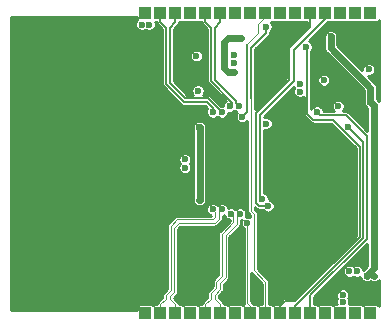
<source format=gbr>
G04 #@! TF.GenerationSoftware,KiCad,Pcbnew,(5.1.4)-1*
G04 #@! TF.CreationDate,2019-11-03T19:19:00-06:00*
G04 #@! TF.ProjectId,rf,72662e6b-6963-4616-945f-706362585858,A*
G04 #@! TF.SameCoordinates,PX811c3f0PY66a06fc*
G04 #@! TF.FileFunction,Copper,L3,Inr*
G04 #@! TF.FilePolarity,Positive*
%FSLAX46Y46*%
G04 Gerber Fmt 4.6, Leading zero omitted, Abs format (unit mm)*
G04 Created by KiCad (PCBNEW (5.1.4)-1) date 2019-11-03 19:19:00*
%MOMM*%
%LPD*%
G04 APERTURE LIST*
%ADD10R,1.000000X1.000000*%
%ADD11C,0.600000*%
%ADD12C,0.125000*%
%ADD13C,0.600000*%
%ADD14C,0.381000*%
%ADD15C,0.127000*%
%ADD16C,0.254000*%
G04 APERTURE END LIST*
D10*
X30734000Y0D03*
X29464000Y0D03*
X28194000Y0D03*
X26924000Y0D03*
X25654000Y0D03*
X24384000Y0D03*
X23114000Y0D03*
X21844000Y0D03*
X20574000Y0D03*
X19304000Y0D03*
X18034000Y0D03*
X16764000Y0D03*
X15494000Y0D03*
X14224000Y0D03*
X12954000Y0D03*
X11684000Y0D03*
X11684000Y25400000D03*
X12954000Y25400000D03*
X14224000Y25400000D03*
X15494000Y25400000D03*
X16764000Y25400000D03*
X18034000Y25400000D03*
X19304000Y25400000D03*
X20574000Y25400000D03*
X21844000Y25400000D03*
X23114000Y25400000D03*
X24384000Y25400000D03*
X25654000Y25400000D03*
X26924000Y25400000D03*
X28194000Y25400000D03*
X29464000Y25400000D03*
X30734000Y25400000D03*
D11*
X17157100Y11800000D03*
X17157100Y13600000D03*
X19357100Y12700000D03*
X17157100Y11100000D03*
X17157100Y14300000D03*
X19357100Y11100000D03*
X19357100Y14300000D03*
X5866160Y17048000D03*
X4646160Y18048000D03*
X2476160Y18048000D03*
X1266160Y16848000D03*
X1266160Y14648000D03*
X2446160Y13458000D03*
X4696160Y13458000D03*
X5866160Y14448000D03*
X5866160Y10952000D03*
X4646160Y11952000D03*
X2476160Y11952000D03*
X1266160Y10752000D03*
X1266160Y8552000D03*
X2446160Y7362000D03*
X4696160Y7362000D03*
X5866160Y8352000D03*
X5866160Y4856000D03*
X4646160Y5856000D03*
X2476160Y5856000D03*
X1266160Y4656000D03*
X1266160Y2456000D03*
X2446160Y1266000D03*
X4696160Y1266000D03*
X5866160Y2256000D03*
X22975000Y21780000D03*
X21475000Y20247900D03*
X22975000Y20247900D03*
X21475000Y21780000D03*
X10915051Y16470596D03*
X12980418Y15962000D03*
X8849379Y16985575D03*
X9241303Y14149782D03*
X11304475Y13634122D03*
X12980418Y13345800D03*
X10897796Y8924490D03*
X8849379Y8414414D03*
X12945983Y9435491D03*
X11279441Y11758563D03*
X9232908Y11247974D03*
X12980418Y12050400D03*
X14928981Y4886680D03*
X22888012Y2359700D03*
X24859658Y3012048D03*
X26589870Y4159510D03*
X27958130Y5722351D03*
X28854645Y7596521D03*
X29221356Y9640365D03*
X29236852Y11723698D03*
X14986200Y2232700D03*
X16951427Y2238004D03*
X18913427Y2238004D03*
X20875427Y2238004D03*
X12964200Y4884700D03*
X11002200Y4884700D03*
X9040200Y4884700D03*
X7078200Y4884700D03*
X15459981Y5700639D03*
X21795981Y4895459D03*
X13024646Y2227245D03*
X11062646Y2227245D03*
X9100646Y2227245D03*
X7138646Y2227245D03*
X7228412Y10993604D03*
X6887379Y8323300D03*
X7228411Y14406385D03*
X14942418Y15962000D03*
X14907983Y9435491D03*
X23636452Y15512000D03*
X25598452Y15512000D03*
X29236852Y13746548D03*
X27560452Y15512000D03*
X19383981Y5700639D03*
X6887379Y17076700D03*
X23636452Y10888000D03*
X25598452Y10888000D03*
X26562299Y9671858D03*
X22882869Y5087474D03*
X24720224Y6051434D03*
X26016919Y7671069D03*
X17421981Y5700639D03*
X21345981Y5700639D03*
X30000000Y4750000D03*
X14750000Y24000000D03*
X14750000Y20000000D03*
X14750000Y22000000D03*
X29000000Y24000000D03*
X29000000Y22250000D03*
X30750000Y22250000D03*
X11366500Y24447500D03*
X12001500Y24447500D03*
X26775800Y19727900D03*
X30585800Y20642300D03*
X28384500Y954760D03*
X28003500Y17526000D03*
X28384500Y1574520D03*
X19141400Y20388300D03*
X27385400Y23436300D03*
X19765400Y23334700D03*
X24743800Y18762700D03*
X30416500Y3175000D03*
X31051500Y3175000D03*
X30734000Y17907000D03*
X30734000Y18516600D03*
X24743800Y19385000D03*
X15013700Y13034200D03*
X15013700Y12323000D03*
X16129000Y18859500D03*
X16257100Y9600000D03*
X16254100Y15775000D03*
X29591000Y3556000D03*
X28956000Y3556000D03*
X19202400Y21159897D03*
X28854400Y15773400D03*
X19202400Y21886900D03*
X26212800Y17076700D03*
X21894800Y24257000D03*
X22077680Y9080500D03*
X21577300Y9669780D03*
X25302600Y22572700D03*
X17368200Y8800000D03*
X18146000Y8800000D03*
X18893200Y8440000D03*
X19671000Y8440000D03*
X20320000Y7645400D03*
X19862800Y16637000D03*
X19576060Y17526000D03*
X18798260Y17526000D03*
X18146000Y17018000D03*
X17368200Y17018000D03*
X21907500Y16065500D03*
X16002000Y21780500D03*
D12*
X17380482Y5489100D02*
X17380482Y5935600D01*
D13*
X19765400Y23334700D02*
X18698700Y23334700D01*
X18698700Y23334700D02*
X18314000Y22950000D01*
X18314000Y22950000D02*
X18314000Y20760000D01*
X18685700Y20388300D02*
X19141400Y20388300D01*
X18314000Y20760000D02*
X18685700Y20388300D01*
X30416500Y3175000D02*
X30734000Y3492500D01*
X31051500Y3175000D02*
X30734000Y3492500D01*
D14*
X30640300Y18508700D02*
X30636680Y18508700D01*
D13*
X30734000Y17907000D02*
X30734000Y18411380D01*
X27385400Y23436300D02*
X27385400Y22462100D01*
X27385400Y22462100D02*
X30734000Y19113500D01*
X30734000Y19113500D02*
X30734000Y18516600D01*
X30734000Y3492500D02*
X31033999Y3792499D01*
X31033999Y3792499D02*
X31033999Y17607001D01*
X31033999Y17607001D02*
X30734000Y17907000D01*
X16254100Y9603000D02*
X16257100Y9600000D01*
X16257100Y15772000D02*
X16254100Y15775000D01*
X16257100Y9600000D02*
X16257100Y15772000D01*
D15*
X24384000Y635000D02*
X24384000Y0D01*
X30124400Y6375400D02*
X24384000Y635000D01*
X28854400Y15773400D02*
X30124400Y14503400D01*
X30124400Y14503400D02*
X30124400Y6375400D01*
X25654000Y1524000D02*
X25654000Y0D01*
X26500100Y16789400D02*
X28651200Y16789400D01*
X28651200Y16789400D02*
X30429210Y15011390D01*
X30429210Y15011390D02*
X30429210Y6299210D01*
X26212800Y17076700D02*
X26500100Y16789400D01*
X30429210Y6299210D02*
X25654000Y1524000D01*
X21894800Y24257000D02*
X21894800Y23749000D01*
X20624800Y22479000D02*
X20624800Y18211800D01*
X21894800Y23749000D02*
X20624800Y22479000D01*
D12*
X20624800Y8661400D02*
X20624800Y18211800D01*
X20855700Y3623500D02*
X20855700Y8430500D01*
X20855700Y8430500D02*
X20624800Y8661400D01*
X21844000Y0D02*
X21844000Y2635200D01*
X21844000Y2635200D02*
X20855700Y3623500D01*
D15*
X23860760Y22428200D02*
X25654000Y24221440D01*
X21308060Y9080500D02*
X21031200Y9357360D01*
X22077680Y9080500D02*
X21308060Y9080500D01*
X25654000Y24221440D02*
X25654000Y25400000D01*
X23860760Y19761200D02*
X23860760Y22428200D01*
X21031200Y9357360D02*
X21031200Y16931640D01*
X21031200Y16931640D02*
X23860760Y19761200D01*
X26924000Y25364440D02*
X26924000Y25400000D01*
X21386800Y9860280D02*
X21577300Y9669780D01*
X26924000Y24907240D02*
X24267160Y22250400D01*
X24267160Y19659600D02*
X21386800Y16779240D01*
X24267160Y22250400D02*
X24267160Y19659600D01*
X21386800Y16779240D02*
X21386800Y9860280D01*
D12*
X26924000Y25400000D02*
X26924000Y24907240D01*
D15*
X23114000Y635000D02*
X23114000Y0D01*
X29819600Y14097000D02*
X29819600Y6451600D01*
X29819600Y6451600D02*
X24384000Y1016000D01*
X27533600Y16383000D02*
X29819600Y14097000D01*
X25302600Y22572700D02*
X25302600Y22408200D01*
X25302600Y22408200D02*
X25400000Y22310800D01*
X25400000Y22310800D02*
X25400000Y16891000D01*
X23495000Y1016000D02*
X23114000Y635000D01*
X24384000Y1016000D02*
X23495000Y1016000D01*
X25400000Y16891000D02*
X25908000Y16383000D01*
X25908000Y16383000D02*
X27533600Y16383000D01*
D12*
X13805700Y7387712D02*
X13805700Y1931112D01*
X17419388Y7951400D02*
X14369388Y7951400D01*
X17605700Y8562500D02*
X17605700Y8137712D01*
X17368200Y8800000D02*
X17605700Y8562500D01*
X14369388Y7951400D02*
X13805700Y7387712D01*
X12954000Y750001D02*
X12954000Y0D01*
X13805700Y1931112D02*
X13437600Y1563012D01*
X13437600Y1233601D02*
X12954000Y750001D01*
X13437600Y1563012D02*
X13437600Y1233601D01*
X17605700Y8137712D02*
X17419388Y7951400D01*
X14224000Y750001D02*
X14224000Y0D01*
X13740400Y1233601D02*
X14224000Y750001D01*
X13740400Y1437588D02*
X13740400Y1233601D01*
X17908500Y8562500D02*
X17908500Y8012288D01*
X17544812Y7648600D02*
X14494812Y7648600D01*
X18146000Y8800000D02*
X17908500Y8562500D01*
X17908500Y8012288D02*
X17544812Y7648600D01*
X14494812Y7648600D02*
X14108500Y7262288D01*
X14108500Y7262288D02*
X14108500Y1805688D01*
X14108500Y1805688D02*
X13740400Y1437588D01*
X18893200Y8440000D02*
X19130700Y8202500D01*
X19130700Y7692712D02*
X18164300Y6726312D01*
X19130700Y8202500D02*
X19130700Y7692712D01*
X18164300Y3178212D02*
X17676600Y2690512D01*
X18164300Y6726312D02*
X18164300Y3178212D01*
X17676600Y2690512D02*
X17676600Y2144612D01*
X17676600Y2144612D02*
X17247600Y1715612D01*
X17247600Y1715612D02*
X17247600Y1233601D01*
X17247600Y1233601D02*
X16764000Y750001D01*
X16764000Y750001D02*
X16764000Y0D01*
X17979400Y2565088D02*
X17979400Y2019188D01*
X19433500Y7567288D02*
X18467100Y6600888D01*
X18467100Y3052788D02*
X17979400Y2565088D01*
X19671000Y8440000D02*
X19433500Y8202500D01*
X19433500Y8202500D02*
X19433500Y7567288D01*
X18467100Y6600888D02*
X18467100Y3052788D01*
X18034000Y750001D02*
X18034000Y0D01*
X17550400Y1233601D02*
X18034000Y750001D01*
X17550400Y1590188D02*
X17550400Y1233601D01*
X17979400Y2019188D02*
X17550400Y1590188D01*
X20574000Y625000D02*
X20574000Y0D01*
X20320000Y7645400D02*
X20320000Y879000D01*
X20320000Y879000D02*
X20574000Y625000D01*
D15*
X20269200Y17043400D02*
X20162799Y16936999D01*
X20162799Y16936999D02*
X19862800Y16637000D01*
X21844000Y25400000D02*
X21844000Y25069800D01*
D12*
X21844000Y25400000D02*
X21844000Y25120600D01*
X21844000Y25120600D02*
X21183600Y24460200D01*
X21183600Y23698200D02*
X20269200Y22783800D01*
X21183600Y24460200D02*
X21183600Y23698200D01*
D15*
X20269200Y22783800D02*
X20269200Y17043400D01*
X17551400Y24167399D02*
X18034000Y24649999D01*
X17551400Y19758288D02*
X17551400Y24167399D01*
X19339560Y17762500D02*
X19339560Y17970128D01*
X19339560Y17970128D02*
X17551400Y19758288D01*
X19576060Y17526000D02*
X19339560Y17762500D01*
X18034000Y24649999D02*
X18034000Y25400000D01*
X19034760Y17762500D02*
X18798260Y17526000D01*
X16764000Y24649999D02*
X17246600Y24167399D01*
X16764000Y25400000D02*
X16764000Y24649999D01*
X17246600Y24167399D02*
X17246600Y19632032D01*
X19034760Y17843872D02*
X19034760Y17762500D01*
X17246600Y19632032D02*
X19034760Y17843872D01*
X13741400Y19504288D02*
X13741400Y24167399D01*
X15059288Y18186400D02*
X13741400Y19504288D01*
X18146000Y17018000D02*
X16977600Y18186400D01*
X13741400Y24167399D02*
X14224000Y24649999D01*
X14224000Y24649999D02*
X14224000Y25400000D01*
X16977600Y18186400D02*
X15059288Y18186400D01*
X17368200Y17364747D02*
X16851347Y17881600D01*
X16851347Y17881600D02*
X14933032Y17881600D01*
X13436600Y24167399D02*
X12954000Y24649999D01*
X17368200Y17018000D02*
X17368200Y17364747D01*
X14933032Y17881600D02*
X13436600Y19378032D01*
X12954000Y24649999D02*
X12954000Y25400000D01*
X13436600Y19378032D02*
X13436600Y24167399D01*
D16*
G36*
X10928772Y24900000D02*
G01*
X10933676Y24850207D01*
X10945792Y24810267D01*
X10936180Y24800655D01*
X10875551Y24709918D01*
X10833789Y24609096D01*
X10812500Y24502064D01*
X10812500Y24392936D01*
X10833789Y24285904D01*
X10875551Y24185082D01*
X10936180Y24094345D01*
X11013345Y24017180D01*
X11104082Y23956551D01*
X11204904Y23914789D01*
X11311936Y23893500D01*
X11421064Y23893500D01*
X11528096Y23914789D01*
X11628918Y23956551D01*
X11684000Y23993356D01*
X11739082Y23956551D01*
X11839904Y23914789D01*
X11946936Y23893500D01*
X12056064Y23893500D01*
X12163096Y23914789D01*
X12263918Y23956551D01*
X12354655Y24017180D01*
X12431820Y24094345D01*
X12492449Y24185082D01*
X12534211Y24285904D01*
X12555500Y24392936D01*
X12555500Y24502064D01*
X12534211Y24609096D01*
X12519433Y24644772D01*
X12635479Y24644772D01*
X12636500Y24634404D01*
X12641094Y24587759D01*
X12659249Y24527910D01*
X12688731Y24472753D01*
X12728407Y24424406D01*
X12740530Y24414457D01*
X13119101Y24035885D01*
X13119100Y19393628D01*
X13117564Y19378032D01*
X13121254Y19340564D01*
X13123694Y19315792D01*
X13141849Y19255943D01*
X13171331Y19200786D01*
X13211007Y19152439D01*
X13223130Y19142490D01*
X14697495Y17668124D01*
X14707439Y17656007D01*
X14755785Y17616331D01*
X14810942Y17586849D01*
X14870791Y17568694D01*
X14917436Y17564100D01*
X14917438Y17564100D01*
X14933031Y17562564D01*
X14948624Y17564100D01*
X16719835Y17564100D01*
X16927826Y17356108D01*
X16877251Y17280418D01*
X16835489Y17179596D01*
X16814200Y17072564D01*
X16814200Y16963436D01*
X16835489Y16856404D01*
X16877251Y16755582D01*
X16937880Y16664845D01*
X17015045Y16587680D01*
X17105782Y16527051D01*
X17206604Y16485289D01*
X17313636Y16464000D01*
X17422764Y16464000D01*
X17529796Y16485289D01*
X17630618Y16527051D01*
X17721355Y16587680D01*
X17757100Y16623425D01*
X17792845Y16587680D01*
X17883582Y16527051D01*
X17984404Y16485289D01*
X18091436Y16464000D01*
X18200564Y16464000D01*
X18307596Y16485289D01*
X18408418Y16527051D01*
X18499155Y16587680D01*
X18576320Y16664845D01*
X18636949Y16755582D01*
X18678711Y16856404D01*
X18700000Y16963436D01*
X18700000Y16980691D01*
X18743696Y16972000D01*
X18852824Y16972000D01*
X18959856Y16993289D01*
X19060678Y17035051D01*
X19151415Y17095680D01*
X19187160Y17131425D01*
X19222905Y17095680D01*
X19313642Y17035051D01*
X19414464Y16993289D01*
X19432215Y16989758D01*
X19371851Y16899418D01*
X19330089Y16798596D01*
X19308800Y16691564D01*
X19308800Y16582436D01*
X19330089Y16475404D01*
X19371851Y16374582D01*
X19432480Y16283845D01*
X19509645Y16206680D01*
X19600382Y16146051D01*
X19701204Y16104289D01*
X19808236Y16083000D01*
X19917364Y16083000D01*
X20024396Y16104289D01*
X20125218Y16146051D01*
X20215955Y16206680D01*
X20293120Y16283845D01*
X20308301Y16306564D01*
X20308300Y8676944D01*
X20306769Y8661400D01*
X20312659Y8601596D01*
X20312880Y8599356D01*
X20330978Y8539696D01*
X20360367Y8484712D01*
X20399918Y8436518D01*
X20411997Y8426605D01*
X20539201Y8299401D01*
X20539201Y8154250D01*
X20481596Y8178111D01*
X20374564Y8199400D01*
X20265436Y8199400D01*
X20162506Y8178927D01*
X20203711Y8278404D01*
X20225000Y8385436D01*
X20225000Y8494564D01*
X20203711Y8601596D01*
X20161949Y8702418D01*
X20101320Y8793155D01*
X20024155Y8870320D01*
X19933418Y8930949D01*
X19832596Y8972711D01*
X19725564Y8994000D01*
X19616436Y8994000D01*
X19509404Y8972711D01*
X19408582Y8930949D01*
X19317845Y8870320D01*
X19282100Y8834575D01*
X19246355Y8870320D01*
X19155618Y8930949D01*
X19054796Y8972711D01*
X18947764Y8994000D01*
X18838636Y8994000D01*
X18731604Y8972711D01*
X18680695Y8951624D01*
X18678711Y8961596D01*
X18636949Y9062418D01*
X18576320Y9153155D01*
X18499155Y9230320D01*
X18408418Y9290949D01*
X18307596Y9332711D01*
X18200564Y9354000D01*
X18091436Y9354000D01*
X17984404Y9332711D01*
X17883582Y9290949D01*
X17792845Y9230320D01*
X17757100Y9194575D01*
X17721355Y9230320D01*
X17630618Y9290949D01*
X17529796Y9332711D01*
X17422764Y9354000D01*
X17313636Y9354000D01*
X17206604Y9332711D01*
X17105782Y9290949D01*
X17015045Y9230320D01*
X16937880Y9153155D01*
X16877251Y9062418D01*
X16835489Y8961596D01*
X16814200Y8854564D01*
X16814200Y8745436D01*
X16835489Y8638404D01*
X16877251Y8537582D01*
X16937880Y8446845D01*
X17015045Y8369680D01*
X17105782Y8309051D01*
X17205129Y8267900D01*
X14384931Y8267900D01*
X14369387Y8269431D01*
X14347640Y8267289D01*
X14307343Y8263320D01*
X14247683Y8245222D01*
X14192699Y8215833D01*
X14144506Y8176282D01*
X14134597Y8164208D01*
X13592897Y7622507D01*
X13580818Y7612594D01*
X13541267Y7564400D01*
X13511878Y7509416D01*
X13501467Y7475096D01*
X13493780Y7449756D01*
X13487669Y7387712D01*
X13489200Y7372168D01*
X13489201Y2062212D01*
X13224797Y1797807D01*
X13212718Y1787894D01*
X13173167Y1739700D01*
X13143778Y1684716D01*
X13129391Y1637290D01*
X13125680Y1625056D01*
X13119569Y1563012D01*
X13121100Y1547468D01*
X13121100Y1364699D01*
X12741197Y984796D01*
X12729118Y974883D01*
X12689567Y926689D01*
X12660178Y871705D01*
X12642141Y812247D01*
X12642080Y812045D01*
X12636484Y755228D01*
X12454000Y755228D01*
X12404207Y750324D01*
X12356328Y735800D01*
X12319000Y715847D01*
X12281672Y735800D01*
X12233793Y750324D01*
X12184000Y755228D01*
X11184000Y755228D01*
X11134207Y750324D01*
X11086328Y735800D01*
X11042203Y712214D01*
X11003527Y680473D01*
X10971786Y641797D01*
X10948200Y597672D01*
X10933676Y549793D01*
X10928772Y500000D01*
X10928772Y279000D01*
X279000Y279000D01*
X279000Y13088764D01*
X14459700Y13088764D01*
X14459700Y12979636D01*
X14480989Y12872604D01*
X14522751Y12771782D01*
X14583380Y12681045D01*
X14585825Y12678600D01*
X14583380Y12676155D01*
X14522751Y12585418D01*
X14480989Y12484596D01*
X14459700Y12377564D01*
X14459700Y12268436D01*
X14480989Y12161404D01*
X14522751Y12060582D01*
X14583380Y11969845D01*
X14660545Y11892680D01*
X14751282Y11832051D01*
X14852104Y11790289D01*
X14959136Y11769000D01*
X15068264Y11769000D01*
X15175296Y11790289D01*
X15276118Y11832051D01*
X15366855Y11892680D01*
X15444020Y11969845D01*
X15504649Y12060582D01*
X15546411Y12161404D01*
X15567700Y12268436D01*
X15567700Y12377564D01*
X15546411Y12484596D01*
X15504649Y12585418D01*
X15444020Y12676155D01*
X15441575Y12678600D01*
X15444020Y12681045D01*
X15504649Y12771782D01*
X15546411Y12872604D01*
X15567700Y12979636D01*
X15567700Y13088764D01*
X15546411Y13195796D01*
X15504649Y13296618D01*
X15444020Y13387355D01*
X15366855Y13464520D01*
X15276118Y13525149D01*
X15175296Y13566911D01*
X15068264Y13588200D01*
X14959136Y13588200D01*
X14852104Y13566911D01*
X14751282Y13525149D01*
X14660545Y13464520D01*
X14583380Y13387355D01*
X14522751Y13296618D01*
X14480989Y13195796D01*
X14459700Y13088764D01*
X279000Y13088764D01*
X279000Y15775000D01*
X15697421Y15775000D01*
X15700100Y15747796D01*
X15700100Y15720436D01*
X15703101Y15705348D01*
X15703100Y9660668D01*
X15697421Y9603000D01*
X15708116Y9494397D01*
X15723031Y9445232D01*
X15724389Y9438404D01*
X15727054Y9431970D01*
X15739796Y9389968D01*
X15760485Y9351261D01*
X15766151Y9337582D01*
X15774375Y9325274D01*
X15791238Y9293725D01*
X15813934Y9266070D01*
X15826780Y9246845D01*
X15846126Y9227499D01*
X15863468Y9206368D01*
X15884599Y9189026D01*
X15903945Y9169680D01*
X15926691Y9154482D01*
X15947825Y9137137D01*
X15971935Y9124250D01*
X15994682Y9109051D01*
X16019962Y9098579D01*
X16044068Y9085695D01*
X16070223Y9077761D01*
X16095504Y9067289D01*
X16122336Y9061952D01*
X16148497Y9054016D01*
X16175709Y9051336D01*
X16202536Y9046000D01*
X16229888Y9046000D01*
X16257100Y9043320D01*
X16284311Y9046000D01*
X16311664Y9046000D01*
X16338492Y9051336D01*
X16355966Y9053057D01*
X16365703Y9054016D01*
X16391864Y9061952D01*
X16418696Y9067289D01*
X16443977Y9077761D01*
X16470132Y9085695D01*
X16494238Y9098579D01*
X16519518Y9109051D01*
X16542265Y9124250D01*
X16566375Y9137137D01*
X16587509Y9154482D01*
X16610255Y9169680D01*
X16629601Y9189026D01*
X16650732Y9206368D01*
X16668074Y9227499D01*
X16687420Y9246845D01*
X16702618Y9269591D01*
X16719963Y9290725D01*
X16732850Y9314835D01*
X16748049Y9337582D01*
X16758521Y9362862D01*
X16771405Y9386968D01*
X16779339Y9413123D01*
X16789811Y9438404D01*
X16795148Y9465236D01*
X16803084Y9491397D01*
X16804997Y9510820D01*
X16805764Y9518609D01*
X16811100Y9545436D01*
X16811100Y9572796D01*
X16813779Y9600000D01*
X16811100Y9627204D01*
X16811100Y15744796D01*
X16813779Y15772000D01*
X16811100Y15799204D01*
X16811100Y15799212D01*
X16803084Y15880603D01*
X16788168Y15929772D01*
X16786811Y15936596D01*
X16784148Y15943025D01*
X16771405Y15985032D01*
X16750712Y16023747D01*
X16745049Y16037418D01*
X16736830Y16049719D01*
X16719963Y16081275D01*
X16697262Y16108936D01*
X16684420Y16128155D01*
X16668074Y16144501D01*
X16650732Y16165632D01*
X16629601Y16182974D01*
X16607255Y16205320D01*
X16584503Y16220523D01*
X16563375Y16237862D01*
X16539272Y16250745D01*
X16516518Y16265949D01*
X16491229Y16276424D01*
X16467132Y16289304D01*
X16440984Y16297236D01*
X16415696Y16307711D01*
X16388861Y16313048D01*
X16362703Y16320984D01*
X16335493Y16323664D01*
X16308664Y16329000D01*
X16281304Y16329000D01*
X16254100Y16331679D01*
X16226896Y16329000D01*
X16199536Y16329000D01*
X16172707Y16323664D01*
X16145497Y16320984D01*
X16119339Y16313048D01*
X16092504Y16307711D01*
X16067216Y16297236D01*
X16041068Y16289304D01*
X16016971Y16276424D01*
X15991682Y16265949D01*
X15968928Y16250745D01*
X15944825Y16237862D01*
X15923696Y16220522D01*
X15900945Y16205320D01*
X15881598Y16185973D01*
X15860468Y16168632D01*
X15843127Y16147502D01*
X15823780Y16128155D01*
X15808578Y16105404D01*
X15791238Y16084275D01*
X15778355Y16060172D01*
X15763151Y16037418D01*
X15752676Y16012129D01*
X15739796Y15988032D01*
X15731864Y15961884D01*
X15721389Y15936596D01*
X15716052Y15909761D01*
X15708116Y15883603D01*
X15705436Y15856393D01*
X15700100Y15829564D01*
X15700100Y15802204D01*
X15697421Y15775000D01*
X279000Y15775000D01*
X279000Y25121000D01*
X10928772Y25121000D01*
X10928772Y24900000D01*
X10928772Y24900000D01*
G37*
X10928772Y24900000D02*
X10933676Y24850207D01*
X10945792Y24810267D01*
X10936180Y24800655D01*
X10875551Y24709918D01*
X10833789Y24609096D01*
X10812500Y24502064D01*
X10812500Y24392936D01*
X10833789Y24285904D01*
X10875551Y24185082D01*
X10936180Y24094345D01*
X11013345Y24017180D01*
X11104082Y23956551D01*
X11204904Y23914789D01*
X11311936Y23893500D01*
X11421064Y23893500D01*
X11528096Y23914789D01*
X11628918Y23956551D01*
X11684000Y23993356D01*
X11739082Y23956551D01*
X11839904Y23914789D01*
X11946936Y23893500D01*
X12056064Y23893500D01*
X12163096Y23914789D01*
X12263918Y23956551D01*
X12354655Y24017180D01*
X12431820Y24094345D01*
X12492449Y24185082D01*
X12534211Y24285904D01*
X12555500Y24392936D01*
X12555500Y24502064D01*
X12534211Y24609096D01*
X12519433Y24644772D01*
X12635479Y24644772D01*
X12636500Y24634404D01*
X12641094Y24587759D01*
X12659249Y24527910D01*
X12688731Y24472753D01*
X12728407Y24424406D01*
X12740530Y24414457D01*
X13119101Y24035885D01*
X13119100Y19393628D01*
X13117564Y19378032D01*
X13121254Y19340564D01*
X13123694Y19315792D01*
X13141849Y19255943D01*
X13171331Y19200786D01*
X13211007Y19152439D01*
X13223130Y19142490D01*
X14697495Y17668124D01*
X14707439Y17656007D01*
X14755785Y17616331D01*
X14810942Y17586849D01*
X14870791Y17568694D01*
X14917436Y17564100D01*
X14917438Y17564100D01*
X14933031Y17562564D01*
X14948624Y17564100D01*
X16719835Y17564100D01*
X16927826Y17356108D01*
X16877251Y17280418D01*
X16835489Y17179596D01*
X16814200Y17072564D01*
X16814200Y16963436D01*
X16835489Y16856404D01*
X16877251Y16755582D01*
X16937880Y16664845D01*
X17015045Y16587680D01*
X17105782Y16527051D01*
X17206604Y16485289D01*
X17313636Y16464000D01*
X17422764Y16464000D01*
X17529796Y16485289D01*
X17630618Y16527051D01*
X17721355Y16587680D01*
X17757100Y16623425D01*
X17792845Y16587680D01*
X17883582Y16527051D01*
X17984404Y16485289D01*
X18091436Y16464000D01*
X18200564Y16464000D01*
X18307596Y16485289D01*
X18408418Y16527051D01*
X18499155Y16587680D01*
X18576320Y16664845D01*
X18636949Y16755582D01*
X18678711Y16856404D01*
X18700000Y16963436D01*
X18700000Y16980691D01*
X18743696Y16972000D01*
X18852824Y16972000D01*
X18959856Y16993289D01*
X19060678Y17035051D01*
X19151415Y17095680D01*
X19187160Y17131425D01*
X19222905Y17095680D01*
X19313642Y17035051D01*
X19414464Y16993289D01*
X19432215Y16989758D01*
X19371851Y16899418D01*
X19330089Y16798596D01*
X19308800Y16691564D01*
X19308800Y16582436D01*
X19330089Y16475404D01*
X19371851Y16374582D01*
X19432480Y16283845D01*
X19509645Y16206680D01*
X19600382Y16146051D01*
X19701204Y16104289D01*
X19808236Y16083000D01*
X19917364Y16083000D01*
X20024396Y16104289D01*
X20125218Y16146051D01*
X20215955Y16206680D01*
X20293120Y16283845D01*
X20308301Y16306564D01*
X20308300Y8676944D01*
X20306769Y8661400D01*
X20312659Y8601596D01*
X20312880Y8599356D01*
X20330978Y8539696D01*
X20360367Y8484712D01*
X20399918Y8436518D01*
X20411997Y8426605D01*
X20539201Y8299401D01*
X20539201Y8154250D01*
X20481596Y8178111D01*
X20374564Y8199400D01*
X20265436Y8199400D01*
X20162506Y8178927D01*
X20203711Y8278404D01*
X20225000Y8385436D01*
X20225000Y8494564D01*
X20203711Y8601596D01*
X20161949Y8702418D01*
X20101320Y8793155D01*
X20024155Y8870320D01*
X19933418Y8930949D01*
X19832596Y8972711D01*
X19725564Y8994000D01*
X19616436Y8994000D01*
X19509404Y8972711D01*
X19408582Y8930949D01*
X19317845Y8870320D01*
X19282100Y8834575D01*
X19246355Y8870320D01*
X19155618Y8930949D01*
X19054796Y8972711D01*
X18947764Y8994000D01*
X18838636Y8994000D01*
X18731604Y8972711D01*
X18680695Y8951624D01*
X18678711Y8961596D01*
X18636949Y9062418D01*
X18576320Y9153155D01*
X18499155Y9230320D01*
X18408418Y9290949D01*
X18307596Y9332711D01*
X18200564Y9354000D01*
X18091436Y9354000D01*
X17984404Y9332711D01*
X17883582Y9290949D01*
X17792845Y9230320D01*
X17757100Y9194575D01*
X17721355Y9230320D01*
X17630618Y9290949D01*
X17529796Y9332711D01*
X17422764Y9354000D01*
X17313636Y9354000D01*
X17206604Y9332711D01*
X17105782Y9290949D01*
X17015045Y9230320D01*
X16937880Y9153155D01*
X16877251Y9062418D01*
X16835489Y8961596D01*
X16814200Y8854564D01*
X16814200Y8745436D01*
X16835489Y8638404D01*
X16877251Y8537582D01*
X16937880Y8446845D01*
X17015045Y8369680D01*
X17105782Y8309051D01*
X17205129Y8267900D01*
X14384931Y8267900D01*
X14369387Y8269431D01*
X14347640Y8267289D01*
X14307343Y8263320D01*
X14247683Y8245222D01*
X14192699Y8215833D01*
X14144506Y8176282D01*
X14134597Y8164208D01*
X13592897Y7622507D01*
X13580818Y7612594D01*
X13541267Y7564400D01*
X13511878Y7509416D01*
X13501467Y7475096D01*
X13493780Y7449756D01*
X13487669Y7387712D01*
X13489200Y7372168D01*
X13489201Y2062212D01*
X13224797Y1797807D01*
X13212718Y1787894D01*
X13173167Y1739700D01*
X13143778Y1684716D01*
X13129391Y1637290D01*
X13125680Y1625056D01*
X13119569Y1563012D01*
X13121100Y1547468D01*
X13121100Y1364699D01*
X12741197Y984796D01*
X12729118Y974883D01*
X12689567Y926689D01*
X12660178Y871705D01*
X12642141Y812247D01*
X12642080Y812045D01*
X12636484Y755228D01*
X12454000Y755228D01*
X12404207Y750324D01*
X12356328Y735800D01*
X12319000Y715847D01*
X12281672Y735800D01*
X12233793Y750324D01*
X12184000Y755228D01*
X11184000Y755228D01*
X11134207Y750324D01*
X11086328Y735800D01*
X11042203Y712214D01*
X11003527Y680473D01*
X10971786Y641797D01*
X10948200Y597672D01*
X10933676Y549793D01*
X10928772Y500000D01*
X10928772Y279000D01*
X279000Y279000D01*
X279000Y13088764D01*
X14459700Y13088764D01*
X14459700Y12979636D01*
X14480989Y12872604D01*
X14522751Y12771782D01*
X14583380Y12681045D01*
X14585825Y12678600D01*
X14583380Y12676155D01*
X14522751Y12585418D01*
X14480989Y12484596D01*
X14459700Y12377564D01*
X14459700Y12268436D01*
X14480989Y12161404D01*
X14522751Y12060582D01*
X14583380Y11969845D01*
X14660545Y11892680D01*
X14751282Y11832051D01*
X14852104Y11790289D01*
X14959136Y11769000D01*
X15068264Y11769000D01*
X15175296Y11790289D01*
X15276118Y11832051D01*
X15366855Y11892680D01*
X15444020Y11969845D01*
X15504649Y12060582D01*
X15546411Y12161404D01*
X15567700Y12268436D01*
X15567700Y12377564D01*
X15546411Y12484596D01*
X15504649Y12585418D01*
X15444020Y12676155D01*
X15441575Y12678600D01*
X15444020Y12681045D01*
X15504649Y12771782D01*
X15546411Y12872604D01*
X15567700Y12979636D01*
X15567700Y13088764D01*
X15546411Y13195796D01*
X15504649Y13296618D01*
X15444020Y13387355D01*
X15366855Y13464520D01*
X15276118Y13525149D01*
X15175296Y13566911D01*
X15068264Y13588200D01*
X14959136Y13588200D01*
X14852104Y13566911D01*
X14751282Y13525149D01*
X14660545Y13464520D01*
X14583380Y13387355D01*
X14522751Y13296618D01*
X14480989Y13195796D01*
X14459700Y13088764D01*
X279000Y13088764D01*
X279000Y15775000D01*
X15697421Y15775000D01*
X15700100Y15747796D01*
X15700100Y15720436D01*
X15703101Y15705348D01*
X15703100Y9660668D01*
X15697421Y9603000D01*
X15708116Y9494397D01*
X15723031Y9445232D01*
X15724389Y9438404D01*
X15727054Y9431970D01*
X15739796Y9389968D01*
X15760485Y9351261D01*
X15766151Y9337582D01*
X15774375Y9325274D01*
X15791238Y9293725D01*
X15813934Y9266070D01*
X15826780Y9246845D01*
X15846126Y9227499D01*
X15863468Y9206368D01*
X15884599Y9189026D01*
X15903945Y9169680D01*
X15926691Y9154482D01*
X15947825Y9137137D01*
X15971935Y9124250D01*
X15994682Y9109051D01*
X16019962Y9098579D01*
X16044068Y9085695D01*
X16070223Y9077761D01*
X16095504Y9067289D01*
X16122336Y9061952D01*
X16148497Y9054016D01*
X16175709Y9051336D01*
X16202536Y9046000D01*
X16229888Y9046000D01*
X16257100Y9043320D01*
X16284311Y9046000D01*
X16311664Y9046000D01*
X16338492Y9051336D01*
X16355966Y9053057D01*
X16365703Y9054016D01*
X16391864Y9061952D01*
X16418696Y9067289D01*
X16443977Y9077761D01*
X16470132Y9085695D01*
X16494238Y9098579D01*
X16519518Y9109051D01*
X16542265Y9124250D01*
X16566375Y9137137D01*
X16587509Y9154482D01*
X16610255Y9169680D01*
X16629601Y9189026D01*
X16650732Y9206368D01*
X16668074Y9227499D01*
X16687420Y9246845D01*
X16702618Y9269591D01*
X16719963Y9290725D01*
X16732850Y9314835D01*
X16748049Y9337582D01*
X16758521Y9362862D01*
X16771405Y9386968D01*
X16779339Y9413123D01*
X16789811Y9438404D01*
X16795148Y9465236D01*
X16803084Y9491397D01*
X16804997Y9510820D01*
X16805764Y9518609D01*
X16811100Y9545436D01*
X16811100Y9572796D01*
X16813779Y9600000D01*
X16811100Y9627204D01*
X16811100Y15744796D01*
X16813779Y15772000D01*
X16811100Y15799204D01*
X16811100Y15799212D01*
X16803084Y15880603D01*
X16788168Y15929772D01*
X16786811Y15936596D01*
X16784148Y15943025D01*
X16771405Y15985032D01*
X16750712Y16023747D01*
X16745049Y16037418D01*
X16736830Y16049719D01*
X16719963Y16081275D01*
X16697262Y16108936D01*
X16684420Y16128155D01*
X16668074Y16144501D01*
X16650732Y16165632D01*
X16629601Y16182974D01*
X16607255Y16205320D01*
X16584503Y16220523D01*
X16563375Y16237862D01*
X16539272Y16250745D01*
X16516518Y16265949D01*
X16491229Y16276424D01*
X16467132Y16289304D01*
X16440984Y16297236D01*
X16415696Y16307711D01*
X16388861Y16313048D01*
X16362703Y16320984D01*
X16335493Y16323664D01*
X16308664Y16329000D01*
X16281304Y16329000D01*
X16254100Y16331679D01*
X16226896Y16329000D01*
X16199536Y16329000D01*
X16172707Y16323664D01*
X16145497Y16320984D01*
X16119339Y16313048D01*
X16092504Y16307711D01*
X16067216Y16297236D01*
X16041068Y16289304D01*
X16016971Y16276424D01*
X15991682Y16265949D01*
X15968928Y16250745D01*
X15944825Y16237862D01*
X15923696Y16220522D01*
X15900945Y16205320D01*
X15881598Y16185973D01*
X15860468Y16168632D01*
X15843127Y16147502D01*
X15823780Y16128155D01*
X15808578Y16105404D01*
X15791238Y16084275D01*
X15778355Y16060172D01*
X15763151Y16037418D01*
X15752676Y16012129D01*
X15739796Y15988032D01*
X15731864Y15961884D01*
X15721389Y15936596D01*
X15716052Y15909761D01*
X15708116Y15883603D01*
X15705436Y15856393D01*
X15700100Y15829564D01*
X15700100Y15802204D01*
X15697421Y15775000D01*
X279000Y15775000D01*
X279000Y25121000D01*
X10928772Y25121000D01*
X10928772Y24900000D01*
G36*
X30479999Y4021972D02*
G01*
X30361510Y3903483D01*
X30361505Y3903479D01*
X30340368Y3886132D01*
X30323022Y3864996D01*
X30132323Y3674297D01*
X30123711Y3717596D01*
X30081949Y3818418D01*
X30021320Y3909155D01*
X29944155Y3986320D01*
X29853418Y4046949D01*
X29752596Y4088711D01*
X29645564Y4110000D01*
X29536436Y4110000D01*
X29429404Y4088711D01*
X29328582Y4046949D01*
X29273500Y4010144D01*
X29218418Y4046949D01*
X29117596Y4088711D01*
X29010564Y4110000D01*
X28901436Y4110000D01*
X28794404Y4088711D01*
X28693582Y4046949D01*
X28602845Y3986320D01*
X28525680Y3909155D01*
X28465051Y3818418D01*
X28423289Y3717596D01*
X28402000Y3610564D01*
X28402000Y3501436D01*
X28423289Y3394404D01*
X28465051Y3293582D01*
X28525680Y3202845D01*
X28602845Y3125680D01*
X28693582Y3065051D01*
X28794404Y3023289D01*
X28901436Y3002000D01*
X29010564Y3002000D01*
X29117596Y3023289D01*
X29218418Y3065051D01*
X29273500Y3101856D01*
X29328582Y3065051D01*
X29429404Y3023289D01*
X29536436Y3002000D01*
X29645564Y3002000D01*
X29752596Y3023289D01*
X29853418Y3065051D01*
X29869585Y3075853D01*
X29870516Y3066397D01*
X29878452Y3040239D01*
X29883789Y3013404D01*
X29894264Y2988116D01*
X29902196Y2961968D01*
X29915076Y2937871D01*
X29925551Y2912582D01*
X29940755Y2889828D01*
X29953638Y2865725D01*
X29970978Y2844596D01*
X29986180Y2821845D01*
X30005527Y2802498D01*
X30022868Y2781368D01*
X30043998Y2764027D01*
X30063345Y2744680D01*
X30086096Y2729478D01*
X30107225Y2712138D01*
X30131328Y2699255D01*
X30154082Y2684051D01*
X30179371Y2673576D01*
X30203468Y2660696D01*
X30229616Y2652764D01*
X30254904Y2642289D01*
X30281739Y2636952D01*
X30307897Y2629016D01*
X30335107Y2626336D01*
X30361936Y2621000D01*
X30389296Y2621000D01*
X30416500Y2618321D01*
X30443704Y2621000D01*
X30471064Y2621000D01*
X30497893Y2626336D01*
X30525103Y2629016D01*
X30551261Y2636952D01*
X30578096Y2642289D01*
X30603384Y2652764D01*
X30629532Y2660696D01*
X30653629Y2673576D01*
X30678918Y2684051D01*
X30701672Y2699255D01*
X30725775Y2712138D01*
X30733999Y2718888D01*
X30742225Y2712137D01*
X30766336Y2699249D01*
X30789082Y2684051D01*
X30814359Y2673581D01*
X30838467Y2660695D01*
X30864625Y2652760D01*
X30889904Y2642289D01*
X30916736Y2636952D01*
X30942897Y2629016D01*
X30970107Y2626336D01*
X30996936Y2621000D01*
X31024296Y2621000D01*
X31051500Y2618321D01*
X31078704Y2621000D01*
X31106064Y2621000D01*
X31132893Y2626336D01*
X31160103Y2629016D01*
X31186264Y2636952D01*
X31213096Y2642289D01*
X31238377Y2652761D01*
X31264532Y2660695D01*
X31288638Y2673579D01*
X31313918Y2684051D01*
X31336665Y2699250D01*
X31360775Y2712137D01*
X31381909Y2729482D01*
X31404655Y2744680D01*
X31424001Y2764026D01*
X31445132Y2781368D01*
X31462474Y2802499D01*
X31471000Y2811025D01*
X31471000Y593716D01*
X31469800Y597672D01*
X31446214Y641797D01*
X31414473Y680473D01*
X31375797Y712214D01*
X31331672Y735800D01*
X31283793Y750324D01*
X31234000Y755228D01*
X30234000Y755228D01*
X30184207Y750324D01*
X30136328Y735800D01*
X30099000Y715847D01*
X30061672Y735800D01*
X30013793Y750324D01*
X29964000Y755228D01*
X28964000Y755228D01*
X28914207Y750324D01*
X28897348Y745210D01*
X28917211Y793164D01*
X28938500Y900196D01*
X28938500Y1009324D01*
X28917211Y1116356D01*
X28875449Y1217178D01*
X28843736Y1264640D01*
X28875449Y1312102D01*
X28917211Y1412924D01*
X28938500Y1519956D01*
X28938500Y1629084D01*
X28917211Y1736116D01*
X28875449Y1836938D01*
X28814820Y1927675D01*
X28737655Y2004840D01*
X28646918Y2065469D01*
X28546096Y2107231D01*
X28439064Y2128520D01*
X28329936Y2128520D01*
X28222904Y2107231D01*
X28122082Y2065469D01*
X28031345Y2004840D01*
X27954180Y1927675D01*
X27893551Y1836938D01*
X27851789Y1736116D01*
X27830500Y1629084D01*
X27830500Y1519956D01*
X27851789Y1412924D01*
X27893551Y1312102D01*
X27925264Y1264640D01*
X27893551Y1217178D01*
X27851789Y1116356D01*
X27830500Y1009324D01*
X27830500Y900196D01*
X27851789Y793164D01*
X27867503Y755228D01*
X27694000Y755228D01*
X27644207Y750324D01*
X27596328Y735800D01*
X27559000Y715847D01*
X27521672Y735800D01*
X27473793Y750324D01*
X27424000Y755228D01*
X26424000Y755228D01*
X26374207Y750324D01*
X26326328Y735800D01*
X26289000Y715847D01*
X26251672Y735800D01*
X26203793Y750324D01*
X26154000Y755228D01*
X25971500Y755228D01*
X25971500Y1392488D01*
X30479999Y5900986D01*
X30479999Y4021972D01*
X30479999Y4021972D01*
G37*
X30479999Y4021972D02*
X30361510Y3903483D01*
X30361505Y3903479D01*
X30340368Y3886132D01*
X30323022Y3864996D01*
X30132323Y3674297D01*
X30123711Y3717596D01*
X30081949Y3818418D01*
X30021320Y3909155D01*
X29944155Y3986320D01*
X29853418Y4046949D01*
X29752596Y4088711D01*
X29645564Y4110000D01*
X29536436Y4110000D01*
X29429404Y4088711D01*
X29328582Y4046949D01*
X29273500Y4010144D01*
X29218418Y4046949D01*
X29117596Y4088711D01*
X29010564Y4110000D01*
X28901436Y4110000D01*
X28794404Y4088711D01*
X28693582Y4046949D01*
X28602845Y3986320D01*
X28525680Y3909155D01*
X28465051Y3818418D01*
X28423289Y3717596D01*
X28402000Y3610564D01*
X28402000Y3501436D01*
X28423289Y3394404D01*
X28465051Y3293582D01*
X28525680Y3202845D01*
X28602845Y3125680D01*
X28693582Y3065051D01*
X28794404Y3023289D01*
X28901436Y3002000D01*
X29010564Y3002000D01*
X29117596Y3023289D01*
X29218418Y3065051D01*
X29273500Y3101856D01*
X29328582Y3065051D01*
X29429404Y3023289D01*
X29536436Y3002000D01*
X29645564Y3002000D01*
X29752596Y3023289D01*
X29853418Y3065051D01*
X29869585Y3075853D01*
X29870516Y3066397D01*
X29878452Y3040239D01*
X29883789Y3013404D01*
X29894264Y2988116D01*
X29902196Y2961968D01*
X29915076Y2937871D01*
X29925551Y2912582D01*
X29940755Y2889828D01*
X29953638Y2865725D01*
X29970978Y2844596D01*
X29986180Y2821845D01*
X30005527Y2802498D01*
X30022868Y2781368D01*
X30043998Y2764027D01*
X30063345Y2744680D01*
X30086096Y2729478D01*
X30107225Y2712138D01*
X30131328Y2699255D01*
X30154082Y2684051D01*
X30179371Y2673576D01*
X30203468Y2660696D01*
X30229616Y2652764D01*
X30254904Y2642289D01*
X30281739Y2636952D01*
X30307897Y2629016D01*
X30335107Y2626336D01*
X30361936Y2621000D01*
X30389296Y2621000D01*
X30416500Y2618321D01*
X30443704Y2621000D01*
X30471064Y2621000D01*
X30497893Y2626336D01*
X30525103Y2629016D01*
X30551261Y2636952D01*
X30578096Y2642289D01*
X30603384Y2652764D01*
X30629532Y2660696D01*
X30653629Y2673576D01*
X30678918Y2684051D01*
X30701672Y2699255D01*
X30725775Y2712138D01*
X30733999Y2718888D01*
X30742225Y2712137D01*
X30766336Y2699249D01*
X30789082Y2684051D01*
X30814359Y2673581D01*
X30838467Y2660695D01*
X30864625Y2652760D01*
X30889904Y2642289D01*
X30916736Y2636952D01*
X30942897Y2629016D01*
X30970107Y2626336D01*
X30996936Y2621000D01*
X31024296Y2621000D01*
X31051500Y2618321D01*
X31078704Y2621000D01*
X31106064Y2621000D01*
X31132893Y2626336D01*
X31160103Y2629016D01*
X31186264Y2636952D01*
X31213096Y2642289D01*
X31238377Y2652761D01*
X31264532Y2660695D01*
X31288638Y2673579D01*
X31313918Y2684051D01*
X31336665Y2699250D01*
X31360775Y2712137D01*
X31381909Y2729482D01*
X31404655Y2744680D01*
X31424001Y2764026D01*
X31445132Y2781368D01*
X31462474Y2802499D01*
X31471000Y2811025D01*
X31471000Y593716D01*
X31469800Y597672D01*
X31446214Y641797D01*
X31414473Y680473D01*
X31375797Y712214D01*
X31331672Y735800D01*
X31283793Y750324D01*
X31234000Y755228D01*
X30234000Y755228D01*
X30184207Y750324D01*
X30136328Y735800D01*
X30099000Y715847D01*
X30061672Y735800D01*
X30013793Y750324D01*
X29964000Y755228D01*
X28964000Y755228D01*
X28914207Y750324D01*
X28897348Y745210D01*
X28917211Y793164D01*
X28938500Y900196D01*
X28938500Y1009324D01*
X28917211Y1116356D01*
X28875449Y1217178D01*
X28843736Y1264640D01*
X28875449Y1312102D01*
X28917211Y1412924D01*
X28938500Y1519956D01*
X28938500Y1629084D01*
X28917211Y1736116D01*
X28875449Y1836938D01*
X28814820Y1927675D01*
X28737655Y2004840D01*
X28646918Y2065469D01*
X28546096Y2107231D01*
X28439064Y2128520D01*
X28329936Y2128520D01*
X28222904Y2107231D01*
X28122082Y2065469D01*
X28031345Y2004840D01*
X27954180Y1927675D01*
X27893551Y1836938D01*
X27851789Y1736116D01*
X27830500Y1629084D01*
X27830500Y1519956D01*
X27851789Y1412924D01*
X27893551Y1312102D01*
X27925264Y1264640D01*
X27893551Y1217178D01*
X27851789Y1116356D01*
X27830500Y1009324D01*
X27830500Y900196D01*
X27851789Y793164D01*
X27867503Y755228D01*
X27694000Y755228D01*
X27644207Y750324D01*
X27596328Y735800D01*
X27559000Y715847D01*
X27521672Y735800D01*
X27473793Y750324D01*
X27424000Y755228D01*
X26424000Y755228D01*
X26374207Y750324D01*
X26326328Y735800D01*
X26289000Y715847D01*
X26251672Y735800D01*
X26203793Y750324D01*
X26154000Y755228D01*
X25971500Y755228D01*
X25971500Y1392488D01*
X30479999Y5900986D01*
X30479999Y4021972D01*
G36*
X20642897Y3388705D02*
G01*
X21527501Y2504100D01*
X21527500Y755228D01*
X21344000Y755228D01*
X21294207Y750324D01*
X21246328Y735800D01*
X21209000Y715847D01*
X21171672Y735800D01*
X21123793Y750324D01*
X21074000Y755228D01*
X20863266Y755228D01*
X20838433Y801689D01*
X20798882Y849882D01*
X20786809Y859790D01*
X20636500Y1010098D01*
X20636500Y3393955D01*
X20642897Y3388705D01*
X20642897Y3388705D01*
G37*
X20642897Y3388705D02*
X21527501Y2504100D01*
X21527500Y755228D01*
X21344000Y755228D01*
X21294207Y750324D01*
X21246328Y735800D01*
X21209000Y715847D01*
X21171672Y735800D01*
X21123793Y750324D01*
X21074000Y755228D01*
X20863266Y755228D01*
X20838433Y801689D01*
X20798882Y849882D01*
X20786809Y859790D01*
X20636500Y1010098D01*
X20636500Y3393955D01*
X20642897Y3388705D01*
G36*
X24252851Y19122582D02*
G01*
X24285413Y19073850D01*
X24252851Y19025118D01*
X24211089Y18924296D01*
X24189800Y18817264D01*
X24189800Y18708136D01*
X24211089Y18601104D01*
X24252851Y18500282D01*
X24313480Y18409545D01*
X24390645Y18332380D01*
X24481382Y18271751D01*
X24582204Y18229989D01*
X24689236Y18208700D01*
X24798364Y18208700D01*
X24905396Y18229989D01*
X25006218Y18271751D01*
X25082501Y18322722D01*
X25082501Y16906606D01*
X25080964Y16891000D01*
X25087094Y16828760D01*
X25105249Y16768911D01*
X25110145Y16759752D01*
X25134732Y16713753D01*
X25174408Y16665407D01*
X25186525Y16655463D01*
X25672463Y16169524D01*
X25682407Y16157407D01*
X25730753Y16117731D01*
X25785910Y16088249D01*
X25845759Y16070094D01*
X25892404Y16065500D01*
X25892406Y16065500D01*
X25907999Y16063964D01*
X25923592Y16065500D01*
X27402088Y16065500D01*
X29502100Y13965487D01*
X29502101Y6583114D01*
X24252488Y1333500D01*
X23510592Y1333500D01*
X23494999Y1335036D01*
X23479406Y1333500D01*
X23479404Y1333500D01*
X23432759Y1328906D01*
X23372910Y1310751D01*
X23317753Y1281269D01*
X23269407Y1241593D01*
X23259465Y1229478D01*
X22900529Y870541D01*
X22888407Y860593D01*
X22848731Y812246D01*
X22823769Y765545D01*
X22819249Y757089D01*
X22818684Y755228D01*
X22614000Y755228D01*
X22564207Y750324D01*
X22516328Y735800D01*
X22479000Y715847D01*
X22441672Y735800D01*
X22393793Y750324D01*
X22344000Y755228D01*
X22160500Y755228D01*
X22160500Y2619664D01*
X22162030Y2635201D01*
X22160500Y2650737D01*
X22160500Y2650744D01*
X22155920Y2697245D01*
X22137822Y2756905D01*
X22108433Y2811889D01*
X22068882Y2860082D01*
X22056809Y2869990D01*
X21172200Y3754598D01*
X21172200Y8414956D01*
X21173731Y8430500D01*
X21167620Y8492545D01*
X21149522Y8552206D01*
X21120133Y8607189D01*
X21094515Y8638404D01*
X21080582Y8655382D01*
X21068503Y8665295D01*
X20941300Y8792498D01*
X20941300Y8998248D01*
X21072522Y8867025D01*
X21082467Y8854907D01*
X21130813Y8815231D01*
X21185970Y8785749D01*
X21245819Y8767594D01*
X21292464Y8763000D01*
X21292466Y8763000D01*
X21308059Y8761464D01*
X21323652Y8763000D01*
X21623536Y8763000D01*
X21647360Y8727345D01*
X21724525Y8650180D01*
X21815262Y8589551D01*
X21916084Y8547789D01*
X22023116Y8526500D01*
X22132244Y8526500D01*
X22239276Y8547789D01*
X22340098Y8589551D01*
X22430835Y8650180D01*
X22508000Y8727345D01*
X22568629Y8818082D01*
X22610391Y8918904D01*
X22631680Y9025936D01*
X22631680Y9135064D01*
X22610391Y9242096D01*
X22568629Y9342918D01*
X22508000Y9433655D01*
X22430835Y9510820D01*
X22340098Y9571449D01*
X22239276Y9613211D01*
X22132244Y9634500D01*
X22131300Y9634500D01*
X22131300Y9724344D01*
X22110011Y9831376D01*
X22068249Y9932198D01*
X22007620Y10022935D01*
X21930455Y10100100D01*
X21839718Y10160729D01*
X21738896Y10202491D01*
X21704300Y10209372D01*
X21704300Y15550022D01*
X21745904Y15532789D01*
X21852936Y15511500D01*
X21962064Y15511500D01*
X22069096Y15532789D01*
X22169918Y15574551D01*
X22260655Y15635180D01*
X22337820Y15712345D01*
X22398449Y15803082D01*
X22440211Y15903904D01*
X22461500Y16010936D01*
X22461500Y16120064D01*
X22440211Y16227096D01*
X22398449Y16327918D01*
X22337820Y16418655D01*
X22260655Y16495820D01*
X22169918Y16556449D01*
X22069096Y16598211D01*
X21962064Y16619500D01*
X21852936Y16619500D01*
X21745904Y16598211D01*
X21704300Y16580978D01*
X21704300Y16647728D01*
X24231266Y19174693D01*
X24252851Y19122582D01*
X24252851Y19122582D01*
G37*
X24252851Y19122582D02*
X24285413Y19073850D01*
X24252851Y19025118D01*
X24211089Y18924296D01*
X24189800Y18817264D01*
X24189800Y18708136D01*
X24211089Y18601104D01*
X24252851Y18500282D01*
X24313480Y18409545D01*
X24390645Y18332380D01*
X24481382Y18271751D01*
X24582204Y18229989D01*
X24689236Y18208700D01*
X24798364Y18208700D01*
X24905396Y18229989D01*
X25006218Y18271751D01*
X25082501Y18322722D01*
X25082501Y16906606D01*
X25080964Y16891000D01*
X25087094Y16828760D01*
X25105249Y16768911D01*
X25110145Y16759752D01*
X25134732Y16713753D01*
X25174408Y16665407D01*
X25186525Y16655463D01*
X25672463Y16169524D01*
X25682407Y16157407D01*
X25730753Y16117731D01*
X25785910Y16088249D01*
X25845759Y16070094D01*
X25892404Y16065500D01*
X25892406Y16065500D01*
X25907999Y16063964D01*
X25923592Y16065500D01*
X27402088Y16065500D01*
X29502100Y13965487D01*
X29502101Y6583114D01*
X24252488Y1333500D01*
X23510592Y1333500D01*
X23494999Y1335036D01*
X23479406Y1333500D01*
X23479404Y1333500D01*
X23432759Y1328906D01*
X23372910Y1310751D01*
X23317753Y1281269D01*
X23269407Y1241593D01*
X23259465Y1229478D01*
X22900529Y870541D01*
X22888407Y860593D01*
X22848731Y812246D01*
X22823769Y765545D01*
X22819249Y757089D01*
X22818684Y755228D01*
X22614000Y755228D01*
X22564207Y750324D01*
X22516328Y735800D01*
X22479000Y715847D01*
X22441672Y735800D01*
X22393793Y750324D01*
X22344000Y755228D01*
X22160500Y755228D01*
X22160500Y2619664D01*
X22162030Y2635201D01*
X22160500Y2650737D01*
X22160500Y2650744D01*
X22155920Y2697245D01*
X22137822Y2756905D01*
X22108433Y2811889D01*
X22068882Y2860082D01*
X22056809Y2869990D01*
X21172200Y3754598D01*
X21172200Y8414956D01*
X21173731Y8430500D01*
X21167620Y8492545D01*
X21149522Y8552206D01*
X21120133Y8607189D01*
X21094515Y8638404D01*
X21080582Y8655382D01*
X21068503Y8665295D01*
X20941300Y8792498D01*
X20941300Y8998248D01*
X21072522Y8867025D01*
X21082467Y8854907D01*
X21130813Y8815231D01*
X21185970Y8785749D01*
X21245819Y8767594D01*
X21292464Y8763000D01*
X21292466Y8763000D01*
X21308059Y8761464D01*
X21323652Y8763000D01*
X21623536Y8763000D01*
X21647360Y8727345D01*
X21724525Y8650180D01*
X21815262Y8589551D01*
X21916084Y8547789D01*
X22023116Y8526500D01*
X22132244Y8526500D01*
X22239276Y8547789D01*
X22340098Y8589551D01*
X22430835Y8650180D01*
X22508000Y8727345D01*
X22568629Y8818082D01*
X22610391Y8918904D01*
X22631680Y9025936D01*
X22631680Y9135064D01*
X22610391Y9242096D01*
X22568629Y9342918D01*
X22508000Y9433655D01*
X22430835Y9510820D01*
X22340098Y9571449D01*
X22239276Y9613211D01*
X22132244Y9634500D01*
X22131300Y9634500D01*
X22131300Y9724344D01*
X22110011Y9831376D01*
X22068249Y9932198D01*
X22007620Y10022935D01*
X21930455Y10100100D01*
X21839718Y10160729D01*
X21738896Y10202491D01*
X21704300Y10209372D01*
X21704300Y15550022D01*
X21745904Y15532789D01*
X21852936Y15511500D01*
X21962064Y15511500D01*
X22069096Y15532789D01*
X22169918Y15574551D01*
X22260655Y15635180D01*
X22337820Y15712345D01*
X22398449Y15803082D01*
X22440211Y15903904D01*
X22461500Y16010936D01*
X22461500Y16120064D01*
X22440211Y16227096D01*
X22398449Y16327918D01*
X22337820Y16418655D01*
X22260655Y16495820D01*
X22169918Y16556449D01*
X22069096Y16598211D01*
X21962064Y16619500D01*
X21852936Y16619500D01*
X21745904Y16598211D01*
X21704300Y16580978D01*
X21704300Y16647728D01*
X24231266Y19174693D01*
X24252851Y19122582D01*
G36*
X19787289Y7806996D02*
G01*
X19766000Y7699964D01*
X19766000Y7590836D01*
X19787289Y7483804D01*
X19829051Y7382982D01*
X19889680Y7292245D01*
X19966845Y7215080D01*
X20003500Y7190588D01*
X20003501Y894554D01*
X20001969Y879000D01*
X20008080Y816956D01*
X20026179Y757295D01*
X20029620Y750857D01*
X20024207Y750324D01*
X19976328Y735800D01*
X19939000Y715847D01*
X19901672Y735800D01*
X19853793Y750324D01*
X19804000Y755228D01*
X18804000Y755228D01*
X18754207Y750324D01*
X18706328Y735800D01*
X18669000Y715847D01*
X18631672Y735800D01*
X18583793Y750324D01*
X18534000Y755228D01*
X18351516Y755228D01*
X18345920Y812046D01*
X18327822Y871706D01*
X18298433Y926690D01*
X18281021Y947906D01*
X18258882Y974883D01*
X18246804Y984795D01*
X17866900Y1364699D01*
X17866900Y1459090D01*
X18192203Y1784393D01*
X18204282Y1794306D01*
X18243833Y1842499D01*
X18273222Y1897483D01*
X18291320Y1957143D01*
X18295900Y2003644D01*
X18297431Y2019188D01*
X18295900Y2034732D01*
X18295900Y2433990D01*
X18679903Y2817993D01*
X18691982Y2827906D01*
X18731533Y2876099D01*
X18760922Y2931083D01*
X18779020Y2990743D01*
X18783600Y3037244D01*
X18785131Y3052788D01*
X18783600Y3068332D01*
X18783600Y6469790D01*
X19646309Y7332498D01*
X19658382Y7342406D01*
X19697933Y7390599D01*
X19727322Y7445583D01*
X19745420Y7505243D01*
X19750000Y7551744D01*
X19751531Y7567288D01*
X19750000Y7582832D01*
X19750000Y7890860D01*
X19828494Y7906473D01*
X19787289Y7806996D01*
X19787289Y7806996D01*
G37*
X19787289Y7806996D02*
X19766000Y7699964D01*
X19766000Y7590836D01*
X19787289Y7483804D01*
X19829051Y7382982D01*
X19889680Y7292245D01*
X19966845Y7215080D01*
X20003500Y7190588D01*
X20003501Y894554D01*
X20001969Y879000D01*
X20008080Y816956D01*
X20026179Y757295D01*
X20029620Y750857D01*
X20024207Y750324D01*
X19976328Y735800D01*
X19939000Y715847D01*
X19901672Y735800D01*
X19853793Y750324D01*
X19804000Y755228D01*
X18804000Y755228D01*
X18754207Y750324D01*
X18706328Y735800D01*
X18669000Y715847D01*
X18631672Y735800D01*
X18583793Y750324D01*
X18534000Y755228D01*
X18351516Y755228D01*
X18345920Y812046D01*
X18327822Y871706D01*
X18298433Y926690D01*
X18281021Y947906D01*
X18258882Y974883D01*
X18246804Y984795D01*
X17866900Y1364699D01*
X17866900Y1459090D01*
X18192203Y1784393D01*
X18204282Y1794306D01*
X18243833Y1842499D01*
X18273222Y1897483D01*
X18291320Y1957143D01*
X18295900Y2003644D01*
X18297431Y2019188D01*
X18295900Y2034732D01*
X18295900Y2433990D01*
X18679903Y2817993D01*
X18691982Y2827906D01*
X18731533Y2876099D01*
X18760922Y2931083D01*
X18779020Y2990743D01*
X18783600Y3037244D01*
X18785131Y3052788D01*
X18783600Y3068332D01*
X18783600Y6469790D01*
X19646309Y7332498D01*
X19658382Y7342406D01*
X19697933Y7390599D01*
X19727322Y7445583D01*
X19745420Y7505243D01*
X19750000Y7551744D01*
X19751531Y7567288D01*
X19750000Y7582832D01*
X19750000Y7890860D01*
X19828494Y7906473D01*
X19787289Y7806996D01*
G36*
X18360489Y8278404D02*
G01*
X18402251Y8177582D01*
X18462880Y8086845D01*
X18540045Y8009680D01*
X18630782Y7949051D01*
X18731604Y7907289D01*
X18814201Y7890860D01*
X18814201Y7823812D01*
X17951497Y6961107D01*
X17939418Y6951194D01*
X17899867Y6903000D01*
X17870478Y6848016D01*
X17863730Y6825770D01*
X17852380Y6788356D01*
X17846269Y6726312D01*
X17847800Y6710768D01*
X17847801Y3309311D01*
X17463797Y2925307D01*
X17451718Y2915394D01*
X17412167Y2867200D01*
X17382778Y2812216D01*
X17366000Y2756906D01*
X17364680Y2752556D01*
X17358569Y2690512D01*
X17360100Y2674967D01*
X17360101Y2275711D01*
X17034797Y1950407D01*
X17022718Y1940494D01*
X16983167Y1892300D01*
X16953778Y1837316D01*
X16943367Y1802996D01*
X16935680Y1777656D01*
X16929569Y1715612D01*
X16931100Y1700067D01*
X16931101Y1364700D01*
X16551197Y984796D01*
X16539118Y974883D01*
X16499567Y926689D01*
X16470178Y871705D01*
X16452141Y812247D01*
X16452080Y812045D01*
X16446484Y755228D01*
X16264000Y755228D01*
X16214207Y750324D01*
X16166328Y735800D01*
X16129000Y715847D01*
X16091672Y735800D01*
X16043793Y750324D01*
X15994000Y755228D01*
X14994000Y755228D01*
X14944207Y750324D01*
X14896328Y735800D01*
X14859000Y715847D01*
X14821672Y735800D01*
X14773793Y750324D01*
X14724000Y755228D01*
X14541516Y755228D01*
X14535920Y812046D01*
X14517822Y871706D01*
X14488433Y926690D01*
X14471021Y947906D01*
X14448882Y974883D01*
X14436804Y984795D01*
X14086005Y1335594D01*
X14321308Y1570897D01*
X14333382Y1580806D01*
X14372933Y1628999D01*
X14402322Y1683983D01*
X14420420Y1743643D01*
X14425000Y1790144D01*
X14426531Y1805687D01*
X14425000Y1821231D01*
X14425000Y7131190D01*
X14625910Y7332100D01*
X17529268Y7332100D01*
X17544812Y7330569D01*
X17560356Y7332100D01*
X17606857Y7336680D01*
X17666517Y7354778D01*
X17721501Y7384167D01*
X17769694Y7423718D01*
X17779607Y7435797D01*
X18121303Y7777493D01*
X18133382Y7787406D01*
X18172933Y7835599D01*
X18202322Y7890583D01*
X18220420Y7950243D01*
X18225000Y7996744D01*
X18226531Y8012288D01*
X18225000Y8027832D01*
X18225000Y8250860D01*
X18307596Y8267289D01*
X18358505Y8288376D01*
X18360489Y8278404D01*
X18360489Y8278404D01*
G37*
X18360489Y8278404D02*
X18402251Y8177582D01*
X18462880Y8086845D01*
X18540045Y8009680D01*
X18630782Y7949051D01*
X18731604Y7907289D01*
X18814201Y7890860D01*
X18814201Y7823812D01*
X17951497Y6961107D01*
X17939418Y6951194D01*
X17899867Y6903000D01*
X17870478Y6848016D01*
X17863730Y6825770D01*
X17852380Y6788356D01*
X17846269Y6726312D01*
X17847800Y6710768D01*
X17847801Y3309311D01*
X17463797Y2925307D01*
X17451718Y2915394D01*
X17412167Y2867200D01*
X17382778Y2812216D01*
X17366000Y2756906D01*
X17364680Y2752556D01*
X17358569Y2690512D01*
X17360100Y2674967D01*
X17360101Y2275711D01*
X17034797Y1950407D01*
X17022718Y1940494D01*
X16983167Y1892300D01*
X16953778Y1837316D01*
X16943367Y1802996D01*
X16935680Y1777656D01*
X16929569Y1715612D01*
X16931100Y1700067D01*
X16931101Y1364700D01*
X16551197Y984796D01*
X16539118Y974883D01*
X16499567Y926689D01*
X16470178Y871705D01*
X16452141Y812247D01*
X16452080Y812045D01*
X16446484Y755228D01*
X16264000Y755228D01*
X16214207Y750324D01*
X16166328Y735800D01*
X16129000Y715847D01*
X16091672Y735800D01*
X16043793Y750324D01*
X15994000Y755228D01*
X14994000Y755228D01*
X14944207Y750324D01*
X14896328Y735800D01*
X14859000Y715847D01*
X14821672Y735800D01*
X14773793Y750324D01*
X14724000Y755228D01*
X14541516Y755228D01*
X14535920Y812046D01*
X14517822Y871706D01*
X14488433Y926690D01*
X14471021Y947906D01*
X14448882Y974883D01*
X14436804Y984795D01*
X14086005Y1335594D01*
X14321308Y1570897D01*
X14333382Y1580806D01*
X14372933Y1628999D01*
X14402322Y1683983D01*
X14420420Y1743643D01*
X14425000Y1790144D01*
X14426531Y1805687D01*
X14425000Y1821231D01*
X14425000Y7131190D01*
X14625910Y7332100D01*
X17529268Y7332100D01*
X17544812Y7330569D01*
X17560356Y7332100D01*
X17606857Y7336680D01*
X17666517Y7354778D01*
X17721501Y7384167D01*
X17769694Y7423718D01*
X17779607Y7435797D01*
X18121303Y7777493D01*
X18133382Y7787406D01*
X18172933Y7835599D01*
X18202322Y7890583D01*
X18220420Y7950243D01*
X18225000Y7996744D01*
X18226531Y8012288D01*
X18225000Y8027832D01*
X18225000Y8250860D01*
X18307596Y8267289D01*
X18358505Y8288376D01*
X18360489Y8278404D01*
G36*
X31471001Y17947788D02*
G01*
X31427631Y18000633D01*
X31406494Y18017980D01*
X31288000Y18136474D01*
X31288000Y18438592D01*
X31286456Y18454272D01*
X31288000Y18462036D01*
X31288000Y19086288D01*
X31290680Y19113500D01*
X31279984Y19222103D01*
X31248305Y19326532D01*
X31196863Y19422775D01*
X31144979Y19485996D01*
X31144974Y19486001D01*
X31127632Y19507132D01*
X31106501Y19524474D01*
X30542675Y20088300D01*
X30640364Y20088300D01*
X30747396Y20109589D01*
X30848218Y20151351D01*
X30938955Y20211980D01*
X31016120Y20289145D01*
X31076749Y20379882D01*
X31118511Y20480704D01*
X31139800Y20587736D01*
X31139800Y20696864D01*
X31118511Y20803896D01*
X31076749Y20904718D01*
X31016120Y20995455D01*
X30938955Y21072620D01*
X30848218Y21133249D01*
X30747396Y21175011D01*
X30640364Y21196300D01*
X30531236Y21196300D01*
X30424204Y21175011D01*
X30323382Y21133249D01*
X30232645Y21072620D01*
X30155480Y20995455D01*
X30094851Y20904718D01*
X30053089Y20803896D01*
X30031800Y20696864D01*
X30031800Y20599174D01*
X27939400Y22691573D01*
X27939400Y23490864D01*
X27934064Y23517691D01*
X27931384Y23544903D01*
X27923448Y23571064D01*
X27918111Y23597896D01*
X27907639Y23623177D01*
X27899705Y23649332D01*
X27886821Y23673438D01*
X27876349Y23698718D01*
X27861150Y23721465D01*
X27848263Y23745575D01*
X27830918Y23766709D01*
X27815720Y23789455D01*
X27796374Y23808801D01*
X27779032Y23829932D01*
X27757901Y23847274D01*
X27738555Y23866620D01*
X27715809Y23881818D01*
X27694675Y23899163D01*
X27670566Y23912049D01*
X27647818Y23927249D01*
X27622534Y23937722D01*
X27598431Y23950605D01*
X27572280Y23958538D01*
X27546996Y23969011D01*
X27520161Y23974349D01*
X27494002Y23982284D01*
X27466792Y23984964D01*
X27439964Y23990300D01*
X27412611Y23990300D01*
X27385400Y23992980D01*
X27358188Y23990300D01*
X27330836Y23990300D01*
X27304009Y23984964D01*
X27276797Y23982284D01*
X27250636Y23974348D01*
X27223804Y23969011D01*
X27198523Y23958539D01*
X27172368Y23950605D01*
X27148262Y23937721D01*
X27122982Y23927249D01*
X27100235Y23912050D01*
X27076125Y23899163D01*
X27054991Y23881818D01*
X27032245Y23866620D01*
X27012899Y23847274D01*
X26991768Y23829932D01*
X26974426Y23808801D01*
X26955080Y23789455D01*
X26939882Y23766709D01*
X26922537Y23745575D01*
X26909651Y23721466D01*
X26894451Y23698718D01*
X26883978Y23673434D01*
X26871095Y23649331D01*
X26863162Y23623180D01*
X26852689Y23597896D01*
X26847351Y23571061D01*
X26839416Y23544902D01*
X26836736Y23517692D01*
X26831400Y23490864D01*
X26831400Y23463511D01*
X26831401Y22489314D01*
X26828721Y22462100D01*
X26839416Y22353497D01*
X26871096Y22249068D01*
X26922538Y22152825D01*
X26954854Y22113449D01*
X26991769Y22068468D01*
X27012906Y22051121D01*
X30180000Y18884025D01*
X30180000Y18462036D01*
X30181544Y18454272D01*
X30180000Y18438592D01*
X30180000Y17934204D01*
X30177321Y17907000D01*
X30180000Y17879796D01*
X30180000Y17852436D01*
X30185336Y17825608D01*
X30188016Y17798398D01*
X30195951Y17772239D01*
X30201289Y17745404D01*
X30211762Y17720120D01*
X30219695Y17693969D01*
X30232578Y17669866D01*
X30243051Y17644582D01*
X30258251Y17621834D01*
X30271137Y17597725D01*
X30288482Y17576591D01*
X30303680Y17553845D01*
X30323026Y17534499D01*
X30340368Y17513368D01*
X30361499Y17496026D01*
X30380845Y17476680D01*
X30380851Y17476676D01*
X30480000Y17377527D01*
X30480000Y15409613D01*
X28886742Y17002870D01*
X28876793Y17014993D01*
X28828447Y17054669D01*
X28773290Y17084151D01*
X28713441Y17102306D01*
X28666796Y17106900D01*
X28651200Y17108436D01*
X28635604Y17106900D01*
X28367875Y17106900D01*
X28433820Y17172845D01*
X28494449Y17263582D01*
X28536211Y17364404D01*
X28557500Y17471436D01*
X28557500Y17580564D01*
X28536211Y17687596D01*
X28494449Y17788418D01*
X28433820Y17879155D01*
X28356655Y17956320D01*
X28265918Y18016949D01*
X28165096Y18058711D01*
X28058064Y18080000D01*
X27948936Y18080000D01*
X27841904Y18058711D01*
X27741082Y18016949D01*
X27650345Y17956320D01*
X27573180Y17879155D01*
X27512551Y17788418D01*
X27470789Y17687596D01*
X27449500Y17580564D01*
X27449500Y17471436D01*
X27470789Y17364404D01*
X27512551Y17263582D01*
X27573180Y17172845D01*
X27639125Y17106900D01*
X26766800Y17106900D01*
X26766800Y17131264D01*
X26745511Y17238296D01*
X26703749Y17339118D01*
X26643120Y17429855D01*
X26565955Y17507020D01*
X26475218Y17567649D01*
X26374396Y17609411D01*
X26267364Y17630700D01*
X26158236Y17630700D01*
X26051204Y17609411D01*
X25950382Y17567649D01*
X25859645Y17507020D01*
X25782480Y17429855D01*
X25721851Y17339118D01*
X25717500Y17328614D01*
X25717500Y19782464D01*
X26221800Y19782464D01*
X26221800Y19673336D01*
X26243089Y19566304D01*
X26284851Y19465482D01*
X26345480Y19374745D01*
X26422645Y19297580D01*
X26513382Y19236951D01*
X26614204Y19195189D01*
X26721236Y19173900D01*
X26830364Y19173900D01*
X26937396Y19195189D01*
X27038218Y19236951D01*
X27128955Y19297580D01*
X27206120Y19374745D01*
X27266749Y19465482D01*
X27308511Y19566304D01*
X27329800Y19673336D01*
X27329800Y19782464D01*
X27308511Y19889496D01*
X27266749Y19990318D01*
X27206120Y20081055D01*
X27128955Y20158220D01*
X27038218Y20218849D01*
X26937396Y20260611D01*
X26830364Y20281900D01*
X26721236Y20281900D01*
X26614204Y20260611D01*
X26513382Y20218849D01*
X26422645Y20158220D01*
X26345480Y20081055D01*
X26284851Y19990318D01*
X26243089Y19889496D01*
X26221800Y19782464D01*
X25717500Y19782464D01*
X25717500Y22204125D01*
X25732920Y22219545D01*
X25793549Y22310282D01*
X25835311Y22411104D01*
X25856600Y22518136D01*
X25856600Y22627264D01*
X25835311Y22734296D01*
X25793549Y22835118D01*
X25732920Y22925855D01*
X25655755Y23003020D01*
X25565018Y23063649D01*
X25539847Y23074075D01*
X27110545Y24644772D01*
X27424000Y24644772D01*
X27473793Y24649676D01*
X27521672Y24664200D01*
X27559000Y24684153D01*
X27596328Y24664200D01*
X27644207Y24649676D01*
X27694000Y24644772D01*
X28694000Y24644772D01*
X28743793Y24649676D01*
X28791672Y24664200D01*
X28829000Y24684153D01*
X28866328Y24664200D01*
X28914207Y24649676D01*
X28964000Y24644772D01*
X29964000Y24644772D01*
X30013793Y24649676D01*
X30061672Y24664200D01*
X30099000Y24684153D01*
X30136328Y24664200D01*
X30184207Y24649676D01*
X30234000Y24644772D01*
X31234000Y24644772D01*
X31283793Y24649676D01*
X31331672Y24664200D01*
X31375797Y24687786D01*
X31414473Y24719527D01*
X31446214Y24758203D01*
X31469800Y24802328D01*
X31471001Y24806287D01*
X31471001Y17947788D01*
X31471001Y17947788D01*
G37*
X31471001Y17947788D02*
X31427631Y18000633D01*
X31406494Y18017980D01*
X31288000Y18136474D01*
X31288000Y18438592D01*
X31286456Y18454272D01*
X31288000Y18462036D01*
X31288000Y19086288D01*
X31290680Y19113500D01*
X31279984Y19222103D01*
X31248305Y19326532D01*
X31196863Y19422775D01*
X31144979Y19485996D01*
X31144974Y19486001D01*
X31127632Y19507132D01*
X31106501Y19524474D01*
X30542675Y20088300D01*
X30640364Y20088300D01*
X30747396Y20109589D01*
X30848218Y20151351D01*
X30938955Y20211980D01*
X31016120Y20289145D01*
X31076749Y20379882D01*
X31118511Y20480704D01*
X31139800Y20587736D01*
X31139800Y20696864D01*
X31118511Y20803896D01*
X31076749Y20904718D01*
X31016120Y20995455D01*
X30938955Y21072620D01*
X30848218Y21133249D01*
X30747396Y21175011D01*
X30640364Y21196300D01*
X30531236Y21196300D01*
X30424204Y21175011D01*
X30323382Y21133249D01*
X30232645Y21072620D01*
X30155480Y20995455D01*
X30094851Y20904718D01*
X30053089Y20803896D01*
X30031800Y20696864D01*
X30031800Y20599174D01*
X27939400Y22691573D01*
X27939400Y23490864D01*
X27934064Y23517691D01*
X27931384Y23544903D01*
X27923448Y23571064D01*
X27918111Y23597896D01*
X27907639Y23623177D01*
X27899705Y23649332D01*
X27886821Y23673438D01*
X27876349Y23698718D01*
X27861150Y23721465D01*
X27848263Y23745575D01*
X27830918Y23766709D01*
X27815720Y23789455D01*
X27796374Y23808801D01*
X27779032Y23829932D01*
X27757901Y23847274D01*
X27738555Y23866620D01*
X27715809Y23881818D01*
X27694675Y23899163D01*
X27670566Y23912049D01*
X27647818Y23927249D01*
X27622534Y23937722D01*
X27598431Y23950605D01*
X27572280Y23958538D01*
X27546996Y23969011D01*
X27520161Y23974349D01*
X27494002Y23982284D01*
X27466792Y23984964D01*
X27439964Y23990300D01*
X27412611Y23990300D01*
X27385400Y23992980D01*
X27358188Y23990300D01*
X27330836Y23990300D01*
X27304009Y23984964D01*
X27276797Y23982284D01*
X27250636Y23974348D01*
X27223804Y23969011D01*
X27198523Y23958539D01*
X27172368Y23950605D01*
X27148262Y23937721D01*
X27122982Y23927249D01*
X27100235Y23912050D01*
X27076125Y23899163D01*
X27054991Y23881818D01*
X27032245Y23866620D01*
X27012899Y23847274D01*
X26991768Y23829932D01*
X26974426Y23808801D01*
X26955080Y23789455D01*
X26939882Y23766709D01*
X26922537Y23745575D01*
X26909651Y23721466D01*
X26894451Y23698718D01*
X26883978Y23673434D01*
X26871095Y23649331D01*
X26863162Y23623180D01*
X26852689Y23597896D01*
X26847351Y23571061D01*
X26839416Y23544902D01*
X26836736Y23517692D01*
X26831400Y23490864D01*
X26831400Y23463511D01*
X26831401Y22489314D01*
X26828721Y22462100D01*
X26839416Y22353497D01*
X26871096Y22249068D01*
X26922538Y22152825D01*
X26954854Y22113449D01*
X26991769Y22068468D01*
X27012906Y22051121D01*
X30180000Y18884025D01*
X30180000Y18462036D01*
X30181544Y18454272D01*
X30180000Y18438592D01*
X30180000Y17934204D01*
X30177321Y17907000D01*
X30180000Y17879796D01*
X30180000Y17852436D01*
X30185336Y17825608D01*
X30188016Y17798398D01*
X30195951Y17772239D01*
X30201289Y17745404D01*
X30211762Y17720120D01*
X30219695Y17693969D01*
X30232578Y17669866D01*
X30243051Y17644582D01*
X30258251Y17621834D01*
X30271137Y17597725D01*
X30288482Y17576591D01*
X30303680Y17553845D01*
X30323026Y17534499D01*
X30340368Y17513368D01*
X30361499Y17496026D01*
X30380845Y17476680D01*
X30380851Y17476676D01*
X30480000Y17377527D01*
X30480000Y15409613D01*
X28886742Y17002870D01*
X28876793Y17014993D01*
X28828447Y17054669D01*
X28773290Y17084151D01*
X28713441Y17102306D01*
X28666796Y17106900D01*
X28651200Y17108436D01*
X28635604Y17106900D01*
X28367875Y17106900D01*
X28433820Y17172845D01*
X28494449Y17263582D01*
X28536211Y17364404D01*
X28557500Y17471436D01*
X28557500Y17580564D01*
X28536211Y17687596D01*
X28494449Y17788418D01*
X28433820Y17879155D01*
X28356655Y17956320D01*
X28265918Y18016949D01*
X28165096Y18058711D01*
X28058064Y18080000D01*
X27948936Y18080000D01*
X27841904Y18058711D01*
X27741082Y18016949D01*
X27650345Y17956320D01*
X27573180Y17879155D01*
X27512551Y17788418D01*
X27470789Y17687596D01*
X27449500Y17580564D01*
X27449500Y17471436D01*
X27470789Y17364404D01*
X27512551Y17263582D01*
X27573180Y17172845D01*
X27639125Y17106900D01*
X26766800Y17106900D01*
X26766800Y17131264D01*
X26745511Y17238296D01*
X26703749Y17339118D01*
X26643120Y17429855D01*
X26565955Y17507020D01*
X26475218Y17567649D01*
X26374396Y17609411D01*
X26267364Y17630700D01*
X26158236Y17630700D01*
X26051204Y17609411D01*
X25950382Y17567649D01*
X25859645Y17507020D01*
X25782480Y17429855D01*
X25721851Y17339118D01*
X25717500Y17328614D01*
X25717500Y19782464D01*
X26221800Y19782464D01*
X26221800Y19673336D01*
X26243089Y19566304D01*
X26284851Y19465482D01*
X26345480Y19374745D01*
X26422645Y19297580D01*
X26513382Y19236951D01*
X26614204Y19195189D01*
X26721236Y19173900D01*
X26830364Y19173900D01*
X26937396Y19195189D01*
X27038218Y19236951D01*
X27128955Y19297580D01*
X27206120Y19374745D01*
X27266749Y19465482D01*
X27308511Y19566304D01*
X27329800Y19673336D01*
X27329800Y19782464D01*
X27308511Y19889496D01*
X27266749Y19990318D01*
X27206120Y20081055D01*
X27128955Y20158220D01*
X27038218Y20218849D01*
X26937396Y20260611D01*
X26830364Y20281900D01*
X26721236Y20281900D01*
X26614204Y20260611D01*
X26513382Y20218849D01*
X26422645Y20158220D01*
X26345480Y20081055D01*
X26284851Y19990318D01*
X26243089Y19889496D01*
X26221800Y19782464D01*
X25717500Y19782464D01*
X25717500Y22204125D01*
X25732920Y22219545D01*
X25793549Y22310282D01*
X25835311Y22411104D01*
X25856600Y22518136D01*
X25856600Y22627264D01*
X25835311Y22734296D01*
X25793549Y22835118D01*
X25732920Y22925855D01*
X25655755Y23003020D01*
X25565018Y23063649D01*
X25539847Y23074075D01*
X27110545Y24644772D01*
X27424000Y24644772D01*
X27473793Y24649676D01*
X27521672Y24664200D01*
X27559000Y24684153D01*
X27596328Y24664200D01*
X27644207Y24649676D01*
X27694000Y24644772D01*
X28694000Y24644772D01*
X28743793Y24649676D01*
X28791672Y24664200D01*
X28829000Y24684153D01*
X28866328Y24664200D01*
X28914207Y24649676D01*
X28964000Y24644772D01*
X29964000Y24644772D01*
X30013793Y24649676D01*
X30061672Y24664200D01*
X30099000Y24684153D01*
X30136328Y24664200D01*
X30184207Y24649676D01*
X30234000Y24644772D01*
X31234000Y24644772D01*
X31283793Y24649676D01*
X31331672Y24664200D01*
X31375797Y24687786D01*
X31414473Y24719527D01*
X31446214Y24758203D01*
X31469800Y24802328D01*
X31471001Y24806287D01*
X31471001Y17947788D01*
G36*
X25056328Y24664200D02*
G01*
X25104207Y24649676D01*
X25154000Y24644772D01*
X25336500Y24644772D01*
X25336500Y24352953D01*
X23647285Y22663737D01*
X23635168Y22653793D01*
X23595492Y22605447D01*
X23593163Y22601089D01*
X23566009Y22550289D01*
X23547854Y22490440D01*
X23541724Y22428200D01*
X23543261Y22412594D01*
X23543260Y19892713D01*
X20941300Y17290752D01*
X20941300Y18186051D01*
X20942300Y18196204D01*
X20942300Y22347488D01*
X22108276Y23513463D01*
X22120393Y23523407D01*
X22160069Y23571753D01*
X22189551Y23626910D01*
X22207706Y23686759D01*
X22212300Y23733404D01*
X22212300Y23733406D01*
X22213836Y23748999D01*
X22212300Y23764592D01*
X22212300Y23802856D01*
X22247955Y23826680D01*
X22325120Y23903845D01*
X22385749Y23994582D01*
X22427511Y24095404D01*
X22448800Y24202436D01*
X22448800Y24311564D01*
X22427511Y24418596D01*
X22385749Y24519418D01*
X22325120Y24610155D01*
X22290503Y24644772D01*
X22344000Y24644772D01*
X22393793Y24649676D01*
X22441672Y24664200D01*
X22479000Y24684153D01*
X22516328Y24664200D01*
X22564207Y24649676D01*
X22614000Y24644772D01*
X23614000Y24644772D01*
X23663793Y24649676D01*
X23711672Y24664200D01*
X23749000Y24684153D01*
X23786328Y24664200D01*
X23834207Y24649676D01*
X23884000Y24644772D01*
X24884000Y24644772D01*
X24933793Y24649676D01*
X24981672Y24664200D01*
X25019000Y24684153D01*
X25056328Y24664200D01*
X25056328Y24664200D01*
G37*
X25056328Y24664200D02*
X25104207Y24649676D01*
X25154000Y24644772D01*
X25336500Y24644772D01*
X25336500Y24352953D01*
X23647285Y22663737D01*
X23635168Y22653793D01*
X23595492Y22605447D01*
X23593163Y22601089D01*
X23566009Y22550289D01*
X23547854Y22490440D01*
X23541724Y22428200D01*
X23543261Y22412594D01*
X23543260Y19892713D01*
X20941300Y17290752D01*
X20941300Y18186051D01*
X20942300Y18196204D01*
X20942300Y22347488D01*
X22108276Y23513463D01*
X22120393Y23523407D01*
X22160069Y23571753D01*
X22189551Y23626910D01*
X22207706Y23686759D01*
X22212300Y23733404D01*
X22212300Y23733406D01*
X22213836Y23748999D01*
X22212300Y23764592D01*
X22212300Y23802856D01*
X22247955Y23826680D01*
X22325120Y23903845D01*
X22385749Y23994582D01*
X22427511Y24095404D01*
X22448800Y24202436D01*
X22448800Y24311564D01*
X22427511Y24418596D01*
X22385749Y24519418D01*
X22325120Y24610155D01*
X22290503Y24644772D01*
X22344000Y24644772D01*
X22393793Y24649676D01*
X22441672Y24664200D01*
X22479000Y24684153D01*
X22516328Y24664200D01*
X22564207Y24649676D01*
X22614000Y24644772D01*
X23614000Y24644772D01*
X23663793Y24649676D01*
X23711672Y24664200D01*
X23749000Y24684153D01*
X23786328Y24664200D01*
X23834207Y24649676D01*
X23884000Y24644772D01*
X24884000Y24644772D01*
X24933793Y24649676D01*
X24981672Y24664200D01*
X25019000Y24684153D01*
X25056328Y24664200D01*
G36*
X16166328Y24664200D02*
G01*
X16214207Y24649676D01*
X16264000Y24644772D01*
X16445479Y24644772D01*
X16451094Y24587759D01*
X16469249Y24527910D01*
X16475514Y24516190D01*
X16498732Y24472752D01*
X16538408Y24424406D01*
X16550525Y24414462D01*
X16929100Y24035886D01*
X16929101Y19647638D01*
X16927564Y19632032D01*
X16933694Y19569792D01*
X16951849Y19509943D01*
X16963208Y19488693D01*
X16981332Y19454785D01*
X17021008Y19406439D01*
X17033125Y19396495D01*
X18462006Y17967613D01*
X18445105Y17956320D01*
X18367940Y17879155D01*
X18307311Y17788418D01*
X18265549Y17687596D01*
X18244260Y17580564D01*
X18244260Y17563309D01*
X18200564Y17572000D01*
X18091436Y17572000D01*
X18049378Y17563635D01*
X17213142Y18399870D01*
X17203193Y18411993D01*
X17154847Y18451669D01*
X17099690Y18481151D01*
X17039841Y18499306D01*
X16993196Y18503900D01*
X16977600Y18505436D01*
X16962004Y18503900D01*
X16556875Y18503900D01*
X16559320Y18506345D01*
X16619949Y18597082D01*
X16661711Y18697904D01*
X16683000Y18804936D01*
X16683000Y18914064D01*
X16661711Y19021096D01*
X16619949Y19121918D01*
X16559320Y19212655D01*
X16482155Y19289820D01*
X16391418Y19350449D01*
X16290596Y19392211D01*
X16183564Y19413500D01*
X16074436Y19413500D01*
X15967404Y19392211D01*
X15866582Y19350449D01*
X15775845Y19289820D01*
X15698680Y19212655D01*
X15638051Y19121918D01*
X15596289Y19021096D01*
X15575000Y18914064D01*
X15575000Y18804936D01*
X15596289Y18697904D01*
X15638051Y18597082D01*
X15698680Y18506345D01*
X15701125Y18503900D01*
X15190801Y18503900D01*
X14058900Y19635800D01*
X14058900Y21835064D01*
X15448000Y21835064D01*
X15448000Y21725936D01*
X15469289Y21618904D01*
X15511051Y21518082D01*
X15571680Y21427345D01*
X15648845Y21350180D01*
X15739582Y21289551D01*
X15840404Y21247789D01*
X15947436Y21226500D01*
X16056564Y21226500D01*
X16163596Y21247789D01*
X16264418Y21289551D01*
X16355155Y21350180D01*
X16432320Y21427345D01*
X16492949Y21518082D01*
X16534711Y21618904D01*
X16556000Y21725936D01*
X16556000Y21835064D01*
X16534711Y21942096D01*
X16492949Y22042918D01*
X16432320Y22133655D01*
X16355155Y22210820D01*
X16264418Y22271449D01*
X16163596Y22313211D01*
X16056564Y22334500D01*
X15947436Y22334500D01*
X15840404Y22313211D01*
X15739582Y22271449D01*
X15648845Y22210820D01*
X15571680Y22133655D01*
X15511051Y22042918D01*
X15469289Y21942096D01*
X15448000Y21835064D01*
X14058900Y21835064D01*
X14058900Y24035887D01*
X14437477Y24414463D01*
X14449593Y24424406D01*
X14489269Y24472752D01*
X14518751Y24527909D01*
X14536906Y24587758D01*
X14541500Y24634403D01*
X14541500Y24634405D01*
X14542521Y24644772D01*
X14724000Y24644772D01*
X14773793Y24649676D01*
X14821672Y24664200D01*
X14859000Y24684153D01*
X14896328Y24664200D01*
X14944207Y24649676D01*
X14994000Y24644772D01*
X15994000Y24644772D01*
X16043793Y24649676D01*
X16091672Y24664200D01*
X16129000Y24684153D01*
X16166328Y24664200D01*
X16166328Y24664200D01*
G37*
X16166328Y24664200D02*
X16214207Y24649676D01*
X16264000Y24644772D01*
X16445479Y24644772D01*
X16451094Y24587759D01*
X16469249Y24527910D01*
X16475514Y24516190D01*
X16498732Y24472752D01*
X16538408Y24424406D01*
X16550525Y24414462D01*
X16929100Y24035886D01*
X16929101Y19647638D01*
X16927564Y19632032D01*
X16933694Y19569792D01*
X16951849Y19509943D01*
X16963208Y19488693D01*
X16981332Y19454785D01*
X17021008Y19406439D01*
X17033125Y19396495D01*
X18462006Y17967613D01*
X18445105Y17956320D01*
X18367940Y17879155D01*
X18307311Y17788418D01*
X18265549Y17687596D01*
X18244260Y17580564D01*
X18244260Y17563309D01*
X18200564Y17572000D01*
X18091436Y17572000D01*
X18049378Y17563635D01*
X17213142Y18399870D01*
X17203193Y18411993D01*
X17154847Y18451669D01*
X17099690Y18481151D01*
X17039841Y18499306D01*
X16993196Y18503900D01*
X16977600Y18505436D01*
X16962004Y18503900D01*
X16556875Y18503900D01*
X16559320Y18506345D01*
X16619949Y18597082D01*
X16661711Y18697904D01*
X16683000Y18804936D01*
X16683000Y18914064D01*
X16661711Y19021096D01*
X16619949Y19121918D01*
X16559320Y19212655D01*
X16482155Y19289820D01*
X16391418Y19350449D01*
X16290596Y19392211D01*
X16183564Y19413500D01*
X16074436Y19413500D01*
X15967404Y19392211D01*
X15866582Y19350449D01*
X15775845Y19289820D01*
X15698680Y19212655D01*
X15638051Y19121918D01*
X15596289Y19021096D01*
X15575000Y18914064D01*
X15575000Y18804936D01*
X15596289Y18697904D01*
X15638051Y18597082D01*
X15698680Y18506345D01*
X15701125Y18503900D01*
X15190801Y18503900D01*
X14058900Y19635800D01*
X14058900Y21835064D01*
X15448000Y21835064D01*
X15448000Y21725936D01*
X15469289Y21618904D01*
X15511051Y21518082D01*
X15571680Y21427345D01*
X15648845Y21350180D01*
X15739582Y21289551D01*
X15840404Y21247789D01*
X15947436Y21226500D01*
X16056564Y21226500D01*
X16163596Y21247789D01*
X16264418Y21289551D01*
X16355155Y21350180D01*
X16432320Y21427345D01*
X16492949Y21518082D01*
X16534711Y21618904D01*
X16556000Y21725936D01*
X16556000Y21835064D01*
X16534711Y21942096D01*
X16492949Y22042918D01*
X16432320Y22133655D01*
X16355155Y22210820D01*
X16264418Y22271449D01*
X16163596Y22313211D01*
X16056564Y22334500D01*
X15947436Y22334500D01*
X15840404Y22313211D01*
X15739582Y22271449D01*
X15648845Y22210820D01*
X15571680Y22133655D01*
X15511051Y22042918D01*
X15469289Y21942096D01*
X15448000Y21835064D01*
X14058900Y21835064D01*
X14058900Y24035887D01*
X14437477Y24414463D01*
X14449593Y24424406D01*
X14489269Y24472752D01*
X14518751Y24527909D01*
X14536906Y24587758D01*
X14541500Y24634403D01*
X14541500Y24634405D01*
X14542521Y24644772D01*
X14724000Y24644772D01*
X14773793Y24649676D01*
X14821672Y24664200D01*
X14859000Y24684153D01*
X14896328Y24664200D01*
X14944207Y24649676D01*
X14994000Y24644772D01*
X15994000Y24644772D01*
X16043793Y24649676D01*
X16091672Y24664200D01*
X16129000Y24684153D01*
X16166328Y24664200D01*
M02*

</source>
